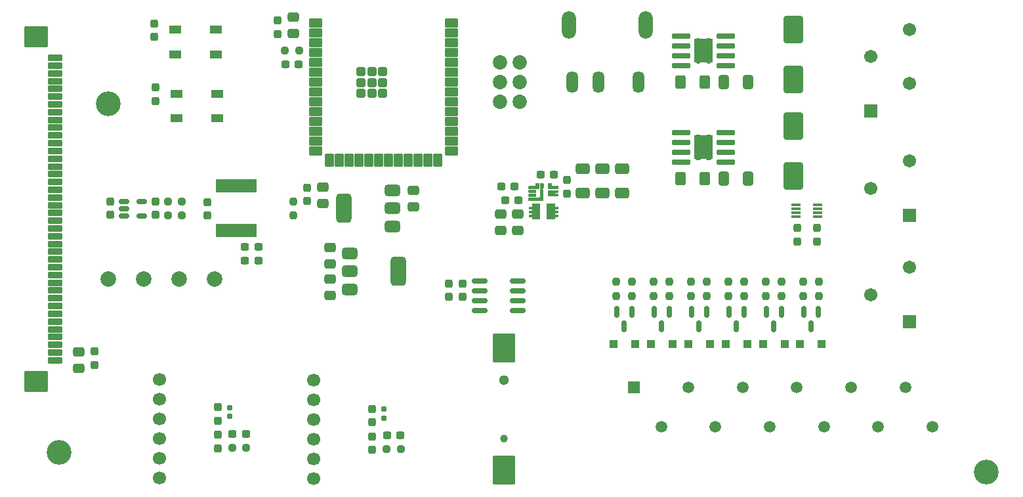
<source format=gts>
G04 #@! TF.GenerationSoftware,KiCad,Pcbnew,9.0.0*
G04 #@! TF.CreationDate,2025-03-04T12:56:27-06:00*
G04 #@! TF.ProjectId,PCB,5043422e-6b69-4636-9164-5f7063625858,rev?*
G04 #@! TF.SameCoordinates,Original*
G04 #@! TF.FileFunction,Soldermask,Top*
G04 #@! TF.FilePolarity,Negative*
%FSLAX46Y46*%
G04 Gerber Fmt 4.6, Leading zero omitted, Abs format (unit mm)*
G04 Created by KiCad (PCBNEW 9.0.0) date 2025-03-04 12:56:27*
%MOMM*%
%LPD*%
G01*
G04 APERTURE LIST*
G04 Aperture macros list*
%AMRoundRect*
0 Rectangle with rounded corners*
0 $1 Rounding radius*
0 $2 $3 $4 $5 $6 $7 $8 $9 X,Y pos of 4 corners*
0 Add a 4 corners polygon primitive as box body*
4,1,4,$2,$3,$4,$5,$6,$7,$8,$9,$2,$3,0*
0 Add four circle primitives for the rounded corners*
1,1,$1+$1,$2,$3*
1,1,$1+$1,$4,$5*
1,1,$1+$1,$6,$7*
1,1,$1+$1,$8,$9*
0 Add four rect primitives between the rounded corners*
20,1,$1+$1,$2,$3,$4,$5,0*
20,1,$1+$1,$4,$5,$6,$7,0*
20,1,$1+$1,$6,$7,$8,$9,0*
20,1,$1+$1,$8,$9,$2,$3,0*%
G04 Aperture macros list end*
%ADD10C,0.010000*%
%ADD11RoundRect,0.150000X-0.150000X0.587500X-0.150000X-0.587500X0.150000X-0.587500X0.150000X0.587500X0*%
%ADD12RoundRect,0.250000X1.000000X-1.500000X1.000000X1.500000X-1.000000X1.500000X-1.000000X-1.500000X0*%
%ADD13RoundRect,0.237500X-0.300000X-0.237500X0.300000X-0.237500X0.300000X0.237500X-0.300000X0.237500X0*%
%ADD14RoundRect,0.250000X0.412500X0.650000X-0.412500X0.650000X-0.412500X-0.650000X0.412500X-0.650000X0*%
%ADD15C,2.000000*%
%ADD16RoundRect,0.237500X-0.237500X0.250000X-0.237500X-0.250000X0.237500X-0.250000X0.237500X0.250000X0*%
%ADD17RoundRect,0.076750X-0.230250X0.810250X-0.230250X-0.810250X0.230250X-0.810250X0.230250X0.810250X0*%
%ADD18RoundRect,0.237500X-0.250000X-0.237500X0.250000X-0.237500X0.250000X0.237500X-0.250000X0.237500X0*%
%ADD19C,1.695000*%
%ADD20RoundRect,0.237500X0.250000X0.237500X-0.250000X0.237500X-0.250000X-0.237500X0.250000X-0.237500X0*%
%ADD21RoundRect,0.237500X-0.237500X0.300000X-0.237500X-0.300000X0.237500X-0.300000X0.237500X0.300000X0*%
%ADD22R,1.500000X1.500000*%
%ADD23C,1.500000*%
%ADD24RoundRect,0.375000X0.625000X0.375000X-0.625000X0.375000X-0.625000X-0.375000X0.625000X-0.375000X0*%
%ADD25RoundRect,0.500000X0.500000X1.400000X-0.500000X1.400000X-0.500000X-1.400000X0.500000X-1.400000X0*%
%ADD26RoundRect,0.250000X0.650000X-0.412500X0.650000X0.412500X-0.650000X0.412500X-0.650000X-0.412500X0*%
%ADD27RoundRect,0.237500X0.237500X-0.300000X0.237500X0.300000X-0.237500X0.300000X-0.237500X-0.300000X0*%
%ADD28R,2.400000X3.100000*%
%ADD29RoundRect,0.070000X-1.100000X-0.250000X1.100000X-0.250000X1.100000X0.250000X-1.100000X0.250000X0*%
%ADD30C,0.770000*%
%ADD31RoundRect,0.102000X0.754000X-0.754000X0.754000X0.754000X-0.754000X0.754000X-0.754000X-0.754000X0*%
%ADD32C,1.712000*%
%ADD33C,1.300000*%
%ADD34C,1.000000*%
%ADD35RoundRect,0.102000X-1.300000X1.800000X-1.300000X-1.800000X1.300000X-1.800000X1.300000X1.800000X0*%
%ADD36RoundRect,0.250000X-0.300000X-0.300000X0.300000X-0.300000X0.300000X0.300000X-0.300000X0.300000X0*%
%ADD37RoundRect,0.250000X-0.475000X0.337500X-0.475000X-0.337500X0.475000X-0.337500X0.475000X0.337500X0*%
%ADD38RoundRect,0.237500X0.300000X0.237500X-0.300000X0.237500X-0.300000X-0.237500X0.300000X-0.237500X0*%
%ADD39RoundRect,0.237500X0.237500X-0.287500X0.237500X0.287500X-0.237500X0.287500X-0.237500X-0.287500X0*%
%ADD40RoundRect,0.155000X-0.155000X0.212500X-0.155000X-0.212500X0.155000X-0.212500X0.155000X0.212500X0*%
%ADD41C,0.740000*%
%ADD42RoundRect,0.237500X0.237500X-0.250000X0.237500X0.250000X-0.237500X0.250000X-0.237500X-0.250000X0*%
%ADD43RoundRect,0.250000X0.475000X-0.337500X0.475000X0.337500X-0.475000X0.337500X-0.475000X-0.337500X0*%
%ADD44RoundRect,0.087500X0.537500X0.087500X-0.537500X0.087500X-0.537500X-0.087500X0.537500X-0.087500X0*%
%ADD45C,3.200000*%
%ADD46RoundRect,0.250000X-0.400000X-0.625000X0.400000X-0.625000X0.400000X0.625000X-0.400000X0.625000X0*%
%ADD47RoundRect,0.150000X-0.512500X-0.150000X0.512500X-0.150000X0.512500X0.150000X-0.512500X0.150000X0*%
%ADD48RoundRect,0.150000X-0.825000X-0.150000X0.825000X-0.150000X0.825000X0.150000X-0.825000X0.150000X0*%
%ADD49RoundRect,0.375000X-0.625000X-0.375000X0.625000X-0.375000X0.625000X0.375000X-0.625000X0.375000X0*%
%ADD50RoundRect,0.500000X-0.500000X-1.400000X0.500000X-1.400000X0.500000X1.400000X-0.500000X1.400000X0*%
%ADD51RoundRect,0.102000X-0.850000X0.300000X-0.850000X-0.300000X0.850000X-0.300000X0.850000X0.300000X0*%
%ADD52RoundRect,0.102000X-1.400000X1.250000X-1.400000X-1.250000X1.400000X-1.250000X1.400000X1.250000X0*%
%ADD53R,1.550000X1.000000*%
%ADD54C,1.854000*%
%ADD55RoundRect,0.102000X-0.750000X-0.450000X0.750000X-0.450000X0.750000X0.450000X-0.750000X0.450000X0*%
%ADD56RoundRect,0.102000X-0.450000X-0.750000X0.450000X-0.750000X0.450000X0.750000X-0.450000X0.750000X0*%
%ADD57RoundRect,0.102000X-0.450000X-0.450000X0.450000X-0.450000X0.450000X0.450000X-0.450000X0.450000X0*%
%ADD58O,1.512000X2.820000*%
%ADD59O,1.864000X3.524000*%
G04 APERTURE END LIST*
D10*
X169598000Y-92585000D02*
X169604000Y-92585000D01*
X169609000Y-92586000D01*
X169614000Y-92587000D01*
X169619000Y-92589000D01*
X169624000Y-92591000D01*
X169629000Y-92593000D01*
X169633000Y-92595000D01*
X169638000Y-92597000D01*
X169642000Y-92600000D01*
X169647000Y-92603000D01*
X169651000Y-92606000D01*
X169655000Y-92610000D01*
X169659000Y-92613000D01*
X169662000Y-92617000D01*
X169666000Y-92621000D01*
X169669000Y-92625000D01*
X169672000Y-92630000D01*
X169675000Y-92634000D01*
X169677000Y-92639000D01*
X169679000Y-92643000D01*
X169681000Y-92648000D01*
X169683000Y-92653000D01*
X169685000Y-92658000D01*
X169686000Y-92663000D01*
X169687000Y-92668000D01*
X169687000Y-92674000D01*
X169688000Y-92679000D01*
X169688000Y-92684000D01*
X169688000Y-92834000D01*
X169688000Y-92839000D01*
X169687000Y-92844000D01*
X169687000Y-92850000D01*
X169686000Y-92855000D01*
X169685000Y-92860000D01*
X169683000Y-92865000D01*
X169681000Y-92870000D01*
X169679000Y-92875000D01*
X169677000Y-92879000D01*
X169675000Y-92884000D01*
X169672000Y-92888000D01*
X169669000Y-92893000D01*
X169666000Y-92897000D01*
X169662000Y-92901000D01*
X169659000Y-92905000D01*
X169655000Y-92908000D01*
X169651000Y-92912000D01*
X169647000Y-92915000D01*
X169642000Y-92918000D01*
X169638000Y-92921000D01*
X169633000Y-92923000D01*
X169629000Y-92925000D01*
X169624000Y-92927000D01*
X169619000Y-92929000D01*
X169614000Y-92931000D01*
X169609000Y-92932000D01*
X169604000Y-92933000D01*
X169598000Y-92933000D01*
X169593000Y-92934000D01*
X169588000Y-92934000D01*
X168888000Y-92934000D01*
X168883000Y-92934000D01*
X168878000Y-92933000D01*
X168872000Y-92933000D01*
X168867000Y-92932000D01*
X168862000Y-92931000D01*
X168857000Y-92929000D01*
X168852000Y-92927000D01*
X168847000Y-92925000D01*
X168843000Y-92923000D01*
X168838000Y-92921000D01*
X168834000Y-92918000D01*
X168829000Y-92915000D01*
X168825000Y-92912000D01*
X168821000Y-92908000D01*
X168817000Y-92905000D01*
X168814000Y-92901000D01*
X168810000Y-92897000D01*
X168807000Y-92893000D01*
X168804000Y-92888000D01*
X168801000Y-92884000D01*
X168799000Y-92879000D01*
X168797000Y-92875000D01*
X168795000Y-92870000D01*
X168793000Y-92865000D01*
X168791000Y-92860000D01*
X168790000Y-92855000D01*
X168789000Y-92850000D01*
X168789000Y-92844000D01*
X168788000Y-92839000D01*
X168788000Y-92834000D01*
X168788000Y-92684000D01*
X168788000Y-92679000D01*
X168789000Y-92674000D01*
X168789000Y-92668000D01*
X168790000Y-92663000D01*
X168791000Y-92658000D01*
X168793000Y-92653000D01*
X168795000Y-92648000D01*
X168797000Y-92643000D01*
X168799000Y-92639000D01*
X168801000Y-92634000D01*
X168804000Y-92630000D01*
X168807000Y-92625000D01*
X168810000Y-92621000D01*
X168814000Y-92617000D01*
X168817000Y-92613000D01*
X168821000Y-92610000D01*
X168825000Y-92606000D01*
X168829000Y-92603000D01*
X168834000Y-92600000D01*
X168838000Y-92597000D01*
X168843000Y-92595000D01*
X168847000Y-92593000D01*
X168852000Y-92591000D01*
X168857000Y-92589000D01*
X168862000Y-92587000D01*
X168867000Y-92586000D01*
X168872000Y-92585000D01*
X168878000Y-92585000D01*
X168883000Y-92584000D01*
X168888000Y-92584000D01*
X169588000Y-92584000D01*
X169593000Y-92584000D01*
X169598000Y-92585000D01*
G36*
X169598000Y-92585000D02*
G01*
X169604000Y-92585000D01*
X169609000Y-92586000D01*
X169614000Y-92587000D01*
X169619000Y-92589000D01*
X169624000Y-92591000D01*
X169629000Y-92593000D01*
X169633000Y-92595000D01*
X169638000Y-92597000D01*
X169642000Y-92600000D01*
X169647000Y-92603000D01*
X169651000Y-92606000D01*
X169655000Y-92610000D01*
X169659000Y-92613000D01*
X169662000Y-92617000D01*
X169666000Y-92621000D01*
X169669000Y-92625000D01*
X169672000Y-92630000D01*
X169675000Y-92634000D01*
X169677000Y-92639000D01*
X169679000Y-92643000D01*
X169681000Y-92648000D01*
X169683000Y-92653000D01*
X169685000Y-92658000D01*
X169686000Y-92663000D01*
X169687000Y-92668000D01*
X169687000Y-92674000D01*
X169688000Y-92679000D01*
X169688000Y-92684000D01*
X169688000Y-92834000D01*
X169688000Y-92839000D01*
X169687000Y-92844000D01*
X169687000Y-92850000D01*
X169686000Y-92855000D01*
X169685000Y-92860000D01*
X169683000Y-92865000D01*
X169681000Y-92870000D01*
X169679000Y-92875000D01*
X169677000Y-92879000D01*
X169675000Y-92884000D01*
X169672000Y-92888000D01*
X169669000Y-92893000D01*
X169666000Y-92897000D01*
X169662000Y-92901000D01*
X169659000Y-92905000D01*
X169655000Y-92908000D01*
X169651000Y-92912000D01*
X169647000Y-92915000D01*
X169642000Y-92918000D01*
X169638000Y-92921000D01*
X169633000Y-92923000D01*
X169629000Y-92925000D01*
X169624000Y-92927000D01*
X169619000Y-92929000D01*
X169614000Y-92931000D01*
X169609000Y-92932000D01*
X169604000Y-92933000D01*
X169598000Y-92933000D01*
X169593000Y-92934000D01*
X169588000Y-92934000D01*
X168888000Y-92934000D01*
X168883000Y-92934000D01*
X168878000Y-92933000D01*
X168872000Y-92933000D01*
X168867000Y-92932000D01*
X168862000Y-92931000D01*
X168857000Y-92929000D01*
X168852000Y-92927000D01*
X168847000Y-92925000D01*
X168843000Y-92923000D01*
X168838000Y-92921000D01*
X168834000Y-92918000D01*
X168829000Y-92915000D01*
X168825000Y-92912000D01*
X168821000Y-92908000D01*
X168817000Y-92905000D01*
X168814000Y-92901000D01*
X168810000Y-92897000D01*
X168807000Y-92893000D01*
X168804000Y-92888000D01*
X168801000Y-92884000D01*
X168799000Y-92879000D01*
X168797000Y-92875000D01*
X168795000Y-92870000D01*
X168793000Y-92865000D01*
X168791000Y-92860000D01*
X168790000Y-92855000D01*
X168789000Y-92850000D01*
X168789000Y-92844000D01*
X168788000Y-92839000D01*
X168788000Y-92834000D01*
X168788000Y-92684000D01*
X168788000Y-92679000D01*
X168789000Y-92674000D01*
X168789000Y-92668000D01*
X168790000Y-92663000D01*
X168791000Y-92658000D01*
X168793000Y-92653000D01*
X168795000Y-92648000D01*
X168797000Y-92643000D01*
X168799000Y-92639000D01*
X168801000Y-92634000D01*
X168804000Y-92630000D01*
X168807000Y-92625000D01*
X168810000Y-92621000D01*
X168814000Y-92617000D01*
X168817000Y-92613000D01*
X168821000Y-92610000D01*
X168825000Y-92606000D01*
X168829000Y-92603000D01*
X168834000Y-92600000D01*
X168838000Y-92597000D01*
X168843000Y-92595000D01*
X168847000Y-92593000D01*
X168852000Y-92591000D01*
X168857000Y-92589000D01*
X168862000Y-92587000D01*
X168867000Y-92586000D01*
X168872000Y-92585000D01*
X168878000Y-92585000D01*
X168883000Y-92584000D01*
X168888000Y-92584000D01*
X169588000Y-92584000D01*
X169593000Y-92584000D01*
X169598000Y-92585000D01*
G37*
X169598000Y-93085000D02*
X169604000Y-93085000D01*
X169609000Y-93086000D01*
X169614000Y-93087000D01*
X169619000Y-93089000D01*
X169624000Y-93091000D01*
X169629000Y-93093000D01*
X169633000Y-93095000D01*
X169638000Y-93097000D01*
X169642000Y-93100000D01*
X169647000Y-93103000D01*
X169651000Y-93106000D01*
X169655000Y-93110000D01*
X169659000Y-93113000D01*
X169662000Y-93117000D01*
X169666000Y-93121000D01*
X169669000Y-93125000D01*
X169672000Y-93130000D01*
X169675000Y-93134000D01*
X169677000Y-93139000D01*
X169679000Y-93143000D01*
X169681000Y-93148000D01*
X169683000Y-93153000D01*
X169685000Y-93158000D01*
X169686000Y-93163000D01*
X169687000Y-93168000D01*
X169687000Y-93174000D01*
X169688000Y-93179000D01*
X169688000Y-93184000D01*
X169688000Y-93334000D01*
X169688000Y-93339000D01*
X169687000Y-93344000D01*
X169687000Y-93350000D01*
X169686000Y-93355000D01*
X169685000Y-93360000D01*
X169683000Y-93365000D01*
X169681000Y-93370000D01*
X169679000Y-93375000D01*
X169677000Y-93379000D01*
X169675000Y-93384000D01*
X169672000Y-93388000D01*
X169669000Y-93393000D01*
X169666000Y-93397000D01*
X169662000Y-93401000D01*
X169659000Y-93405000D01*
X169655000Y-93408000D01*
X169651000Y-93412000D01*
X169647000Y-93415000D01*
X169642000Y-93418000D01*
X169638000Y-93421000D01*
X169633000Y-93423000D01*
X169629000Y-93425000D01*
X169624000Y-93427000D01*
X169619000Y-93429000D01*
X169614000Y-93431000D01*
X169609000Y-93432000D01*
X169604000Y-93433000D01*
X169598000Y-93433000D01*
X169593000Y-93434000D01*
X169588000Y-93434000D01*
X168888000Y-93434000D01*
X168883000Y-93434000D01*
X168878000Y-93433000D01*
X168872000Y-93433000D01*
X168867000Y-93432000D01*
X168862000Y-93431000D01*
X168857000Y-93429000D01*
X168852000Y-93427000D01*
X168847000Y-93425000D01*
X168843000Y-93423000D01*
X168838000Y-93421000D01*
X168834000Y-93418000D01*
X168829000Y-93415000D01*
X168825000Y-93412000D01*
X168821000Y-93408000D01*
X168817000Y-93405000D01*
X168814000Y-93401000D01*
X168810000Y-93397000D01*
X168807000Y-93393000D01*
X168804000Y-93388000D01*
X168801000Y-93384000D01*
X168799000Y-93379000D01*
X168797000Y-93375000D01*
X168795000Y-93370000D01*
X168793000Y-93365000D01*
X168791000Y-93360000D01*
X168790000Y-93355000D01*
X168789000Y-93350000D01*
X168789000Y-93344000D01*
X168788000Y-93339000D01*
X168788000Y-93334000D01*
X168788000Y-93184000D01*
X168788000Y-93179000D01*
X168789000Y-93174000D01*
X168789000Y-93168000D01*
X168790000Y-93163000D01*
X168791000Y-93158000D01*
X168793000Y-93153000D01*
X168795000Y-93148000D01*
X168797000Y-93143000D01*
X168799000Y-93139000D01*
X168801000Y-93134000D01*
X168804000Y-93130000D01*
X168807000Y-93125000D01*
X168810000Y-93121000D01*
X168814000Y-93117000D01*
X168817000Y-93113000D01*
X168821000Y-93110000D01*
X168825000Y-93106000D01*
X168829000Y-93103000D01*
X168834000Y-93100000D01*
X168838000Y-93097000D01*
X168843000Y-93095000D01*
X168847000Y-93093000D01*
X168852000Y-93091000D01*
X168857000Y-93089000D01*
X168862000Y-93087000D01*
X168867000Y-93086000D01*
X168872000Y-93085000D01*
X168878000Y-93085000D01*
X168883000Y-93084000D01*
X168888000Y-93084000D01*
X169588000Y-93084000D01*
X169593000Y-93084000D01*
X169598000Y-93085000D01*
G36*
X169598000Y-93085000D02*
G01*
X169604000Y-93085000D01*
X169609000Y-93086000D01*
X169614000Y-93087000D01*
X169619000Y-93089000D01*
X169624000Y-93091000D01*
X169629000Y-93093000D01*
X169633000Y-93095000D01*
X169638000Y-93097000D01*
X169642000Y-93100000D01*
X169647000Y-93103000D01*
X169651000Y-93106000D01*
X169655000Y-93110000D01*
X169659000Y-93113000D01*
X169662000Y-93117000D01*
X169666000Y-93121000D01*
X169669000Y-93125000D01*
X169672000Y-93130000D01*
X169675000Y-93134000D01*
X169677000Y-93139000D01*
X169679000Y-93143000D01*
X169681000Y-93148000D01*
X169683000Y-93153000D01*
X169685000Y-93158000D01*
X169686000Y-93163000D01*
X169687000Y-93168000D01*
X169687000Y-93174000D01*
X169688000Y-93179000D01*
X169688000Y-93184000D01*
X169688000Y-93334000D01*
X169688000Y-93339000D01*
X169687000Y-93344000D01*
X169687000Y-93350000D01*
X169686000Y-93355000D01*
X169685000Y-93360000D01*
X169683000Y-93365000D01*
X169681000Y-93370000D01*
X169679000Y-93375000D01*
X169677000Y-93379000D01*
X169675000Y-93384000D01*
X169672000Y-93388000D01*
X169669000Y-93393000D01*
X169666000Y-93397000D01*
X169662000Y-93401000D01*
X169659000Y-93405000D01*
X169655000Y-93408000D01*
X169651000Y-93412000D01*
X169647000Y-93415000D01*
X169642000Y-93418000D01*
X169638000Y-93421000D01*
X169633000Y-93423000D01*
X169629000Y-93425000D01*
X169624000Y-93427000D01*
X169619000Y-93429000D01*
X169614000Y-93431000D01*
X169609000Y-93432000D01*
X169604000Y-93433000D01*
X169598000Y-93433000D01*
X169593000Y-93434000D01*
X169588000Y-93434000D01*
X168888000Y-93434000D01*
X168883000Y-93434000D01*
X168878000Y-93433000D01*
X168872000Y-93433000D01*
X168867000Y-93432000D01*
X168862000Y-93431000D01*
X168857000Y-93429000D01*
X168852000Y-93427000D01*
X168847000Y-93425000D01*
X168843000Y-93423000D01*
X168838000Y-93421000D01*
X168834000Y-93418000D01*
X168829000Y-93415000D01*
X168825000Y-93412000D01*
X168821000Y-93408000D01*
X168817000Y-93405000D01*
X168814000Y-93401000D01*
X168810000Y-93397000D01*
X168807000Y-93393000D01*
X168804000Y-93388000D01*
X168801000Y-93384000D01*
X168799000Y-93379000D01*
X168797000Y-93375000D01*
X168795000Y-93370000D01*
X168793000Y-93365000D01*
X168791000Y-93360000D01*
X168790000Y-93355000D01*
X168789000Y-93350000D01*
X168789000Y-93344000D01*
X168788000Y-93339000D01*
X168788000Y-93334000D01*
X168788000Y-93184000D01*
X168788000Y-93179000D01*
X168789000Y-93174000D01*
X168789000Y-93168000D01*
X168790000Y-93163000D01*
X168791000Y-93158000D01*
X168793000Y-93153000D01*
X168795000Y-93148000D01*
X168797000Y-93143000D01*
X168799000Y-93139000D01*
X168801000Y-93134000D01*
X168804000Y-93130000D01*
X168807000Y-93125000D01*
X168810000Y-93121000D01*
X168814000Y-93117000D01*
X168817000Y-93113000D01*
X168821000Y-93110000D01*
X168825000Y-93106000D01*
X168829000Y-93103000D01*
X168834000Y-93100000D01*
X168838000Y-93097000D01*
X168843000Y-93095000D01*
X168847000Y-93093000D01*
X168852000Y-93091000D01*
X168857000Y-93089000D01*
X168862000Y-93087000D01*
X168867000Y-93086000D01*
X168872000Y-93085000D01*
X168878000Y-93085000D01*
X168883000Y-93084000D01*
X168888000Y-93084000D01*
X169588000Y-93084000D01*
X169593000Y-93084000D01*
X169598000Y-93085000D01*
G37*
X170573000Y-91735000D02*
X170579000Y-91735000D01*
X170584000Y-91736000D01*
X170589000Y-91737000D01*
X170594000Y-91739000D01*
X170599000Y-91741000D01*
X170604000Y-91743000D01*
X170608000Y-91745000D01*
X170613000Y-91747000D01*
X170617000Y-91750000D01*
X170622000Y-91753000D01*
X170626000Y-91756000D01*
X170630000Y-91760000D01*
X170634000Y-91763000D01*
X170637000Y-91767000D01*
X170641000Y-91771000D01*
X170644000Y-91775000D01*
X170647000Y-91780000D01*
X170650000Y-91784000D01*
X170652000Y-91789000D01*
X170654000Y-91793000D01*
X170656000Y-91798000D01*
X170658000Y-91803000D01*
X170660000Y-91808000D01*
X170661000Y-91813000D01*
X170662000Y-91818000D01*
X170662000Y-91824000D01*
X170663000Y-91829000D01*
X170663000Y-91834000D01*
X170663000Y-92284000D01*
X170663000Y-92289000D01*
X170662000Y-92294000D01*
X170662000Y-92300000D01*
X170661000Y-92305000D01*
X170660000Y-92310000D01*
X170658000Y-92315000D01*
X170656000Y-92320000D01*
X170654000Y-92325000D01*
X170652000Y-92329000D01*
X170650000Y-92334000D01*
X170647000Y-92338000D01*
X170644000Y-92343000D01*
X170641000Y-92347000D01*
X170637000Y-92351000D01*
X170634000Y-92355000D01*
X170630000Y-92358000D01*
X170626000Y-92362000D01*
X170622000Y-92365000D01*
X170617000Y-92368000D01*
X170613000Y-92371000D01*
X170608000Y-92373000D01*
X170604000Y-92375000D01*
X170599000Y-92377000D01*
X170594000Y-92379000D01*
X170589000Y-92381000D01*
X170584000Y-92382000D01*
X170579000Y-92383000D01*
X170573000Y-92383000D01*
X170568000Y-92384000D01*
X170563000Y-92384000D01*
X170363000Y-92384000D01*
X170358000Y-92384000D01*
X170353000Y-92383000D01*
X170347000Y-92383000D01*
X170342000Y-92382000D01*
X170337000Y-92381000D01*
X170332000Y-92379000D01*
X170327000Y-92377000D01*
X170322000Y-92375000D01*
X170318000Y-92373000D01*
X170313000Y-92371000D01*
X170309000Y-92368000D01*
X170304000Y-92365000D01*
X170300000Y-92362000D01*
X170296000Y-92358000D01*
X170292000Y-92355000D01*
X170289000Y-92351000D01*
X170285000Y-92347000D01*
X170282000Y-92343000D01*
X170279000Y-92338000D01*
X170276000Y-92334000D01*
X170274000Y-92329000D01*
X170272000Y-92325000D01*
X170270000Y-92320000D01*
X170268000Y-92315000D01*
X170266000Y-92310000D01*
X170265000Y-92305000D01*
X170264000Y-92300000D01*
X170264000Y-92294000D01*
X170263000Y-92289000D01*
X170263000Y-92284000D01*
X170263000Y-91834000D01*
X170263000Y-91829000D01*
X170264000Y-91824000D01*
X170264000Y-91818000D01*
X170265000Y-91813000D01*
X170266000Y-91808000D01*
X170268000Y-91803000D01*
X170270000Y-91798000D01*
X170272000Y-91793000D01*
X170274000Y-91789000D01*
X170276000Y-91784000D01*
X170279000Y-91780000D01*
X170282000Y-91775000D01*
X170285000Y-91771000D01*
X170289000Y-91767000D01*
X170292000Y-91763000D01*
X170296000Y-91760000D01*
X170300000Y-91756000D01*
X170304000Y-91753000D01*
X170309000Y-91750000D01*
X170313000Y-91747000D01*
X170318000Y-91745000D01*
X170322000Y-91743000D01*
X170327000Y-91741000D01*
X170332000Y-91739000D01*
X170337000Y-91737000D01*
X170342000Y-91736000D01*
X170347000Y-91735000D01*
X170353000Y-91735000D01*
X170358000Y-91734000D01*
X170363000Y-91734000D01*
X170563000Y-91734000D01*
X170568000Y-91734000D01*
X170573000Y-91735000D01*
G36*
X170573000Y-91735000D02*
G01*
X170579000Y-91735000D01*
X170584000Y-91736000D01*
X170589000Y-91737000D01*
X170594000Y-91739000D01*
X170599000Y-91741000D01*
X170604000Y-91743000D01*
X170608000Y-91745000D01*
X170613000Y-91747000D01*
X170617000Y-91750000D01*
X170622000Y-91753000D01*
X170626000Y-91756000D01*
X170630000Y-91760000D01*
X170634000Y-91763000D01*
X170637000Y-91767000D01*
X170641000Y-91771000D01*
X170644000Y-91775000D01*
X170647000Y-91780000D01*
X170650000Y-91784000D01*
X170652000Y-91789000D01*
X170654000Y-91793000D01*
X170656000Y-91798000D01*
X170658000Y-91803000D01*
X170660000Y-91808000D01*
X170661000Y-91813000D01*
X170662000Y-91818000D01*
X170662000Y-91824000D01*
X170663000Y-91829000D01*
X170663000Y-91834000D01*
X170663000Y-92284000D01*
X170663000Y-92289000D01*
X170662000Y-92294000D01*
X170662000Y-92300000D01*
X170661000Y-92305000D01*
X170660000Y-92310000D01*
X170658000Y-92315000D01*
X170656000Y-92320000D01*
X170654000Y-92325000D01*
X170652000Y-92329000D01*
X170650000Y-92334000D01*
X170647000Y-92338000D01*
X170644000Y-92343000D01*
X170641000Y-92347000D01*
X170637000Y-92351000D01*
X170634000Y-92355000D01*
X170630000Y-92358000D01*
X170626000Y-92362000D01*
X170622000Y-92365000D01*
X170617000Y-92368000D01*
X170613000Y-92371000D01*
X170608000Y-92373000D01*
X170604000Y-92375000D01*
X170599000Y-92377000D01*
X170594000Y-92379000D01*
X170589000Y-92381000D01*
X170584000Y-92382000D01*
X170579000Y-92383000D01*
X170573000Y-92383000D01*
X170568000Y-92384000D01*
X170563000Y-92384000D01*
X170363000Y-92384000D01*
X170358000Y-92384000D01*
X170353000Y-92383000D01*
X170347000Y-92383000D01*
X170342000Y-92382000D01*
X170337000Y-92381000D01*
X170332000Y-92379000D01*
X170327000Y-92377000D01*
X170322000Y-92375000D01*
X170318000Y-92373000D01*
X170313000Y-92371000D01*
X170309000Y-92368000D01*
X170304000Y-92365000D01*
X170300000Y-92362000D01*
X170296000Y-92358000D01*
X170292000Y-92355000D01*
X170289000Y-92351000D01*
X170285000Y-92347000D01*
X170282000Y-92343000D01*
X170279000Y-92338000D01*
X170276000Y-92334000D01*
X170274000Y-92329000D01*
X170272000Y-92325000D01*
X170270000Y-92320000D01*
X170268000Y-92315000D01*
X170266000Y-92310000D01*
X170265000Y-92305000D01*
X170264000Y-92300000D01*
X170264000Y-92294000D01*
X170263000Y-92289000D01*
X170263000Y-92284000D01*
X170263000Y-91834000D01*
X170263000Y-91829000D01*
X170264000Y-91824000D01*
X170264000Y-91818000D01*
X170265000Y-91813000D01*
X170266000Y-91808000D01*
X170268000Y-91803000D01*
X170270000Y-91798000D01*
X170272000Y-91793000D01*
X170274000Y-91789000D01*
X170276000Y-91784000D01*
X170279000Y-91780000D01*
X170282000Y-91775000D01*
X170285000Y-91771000D01*
X170289000Y-91767000D01*
X170292000Y-91763000D01*
X170296000Y-91760000D01*
X170300000Y-91756000D01*
X170304000Y-91753000D01*
X170309000Y-91750000D01*
X170313000Y-91747000D01*
X170318000Y-91745000D01*
X170322000Y-91743000D01*
X170327000Y-91741000D01*
X170332000Y-91739000D01*
X170337000Y-91737000D01*
X170342000Y-91736000D01*
X170347000Y-91735000D01*
X170353000Y-91735000D01*
X170358000Y-91734000D01*
X170363000Y-91734000D01*
X170563000Y-91734000D01*
X170568000Y-91734000D01*
X170573000Y-91735000D01*
G37*
X170023000Y-91735000D02*
X170029000Y-91735000D01*
X170034000Y-91736000D01*
X170039000Y-91737000D01*
X170044000Y-91739000D01*
X170049000Y-91741000D01*
X170054000Y-91743000D01*
X170058000Y-91745000D01*
X170063000Y-91747000D01*
X170067000Y-91750000D01*
X170072000Y-91753000D01*
X170076000Y-91756000D01*
X170080000Y-91760000D01*
X170084000Y-91763000D01*
X170087000Y-91767000D01*
X170091000Y-91771000D01*
X170094000Y-91775000D01*
X170097000Y-91780000D01*
X170100000Y-91784000D01*
X170102000Y-91789000D01*
X170104000Y-91793000D01*
X170106000Y-91798000D01*
X170108000Y-91803000D01*
X170110000Y-91808000D01*
X170111000Y-91813000D01*
X170112000Y-91818000D01*
X170112000Y-91824000D01*
X170113000Y-91829000D01*
X170113000Y-91834000D01*
X170113000Y-92334000D01*
X170113000Y-92339000D01*
X170112000Y-92344000D01*
X170112000Y-92350000D01*
X170111000Y-92355000D01*
X170110000Y-92360000D01*
X170108000Y-92365000D01*
X170106000Y-92370000D01*
X170104000Y-92375000D01*
X170102000Y-92379000D01*
X170100000Y-92384000D01*
X170097000Y-92388000D01*
X170094000Y-92393000D01*
X170091000Y-92397000D01*
X170087000Y-92401000D01*
X170084000Y-92405000D01*
X170080000Y-92408000D01*
X170076000Y-92412000D01*
X170072000Y-92415000D01*
X170067000Y-92418000D01*
X170063000Y-92421000D01*
X170058000Y-92423000D01*
X170054000Y-92425000D01*
X170049000Y-92427000D01*
X170044000Y-92429000D01*
X170039000Y-92431000D01*
X170034000Y-92432000D01*
X170029000Y-92433000D01*
X170023000Y-92433000D01*
X170018000Y-92434000D01*
X170013000Y-92434000D01*
X168888000Y-92434000D01*
X168883000Y-92434000D01*
X168878000Y-92433000D01*
X168872000Y-92433000D01*
X168867000Y-92432000D01*
X168862000Y-92431000D01*
X168857000Y-92429000D01*
X168852000Y-92427000D01*
X168847000Y-92425000D01*
X168843000Y-92423000D01*
X168838000Y-92421000D01*
X168834000Y-92418000D01*
X168829000Y-92415000D01*
X168825000Y-92412000D01*
X168821000Y-92408000D01*
X168817000Y-92405000D01*
X168814000Y-92401000D01*
X168810000Y-92397000D01*
X168807000Y-92393000D01*
X168804000Y-92388000D01*
X168801000Y-92384000D01*
X168799000Y-92379000D01*
X168797000Y-92375000D01*
X168795000Y-92370000D01*
X168793000Y-92365000D01*
X168791000Y-92360000D01*
X168790000Y-92355000D01*
X168789000Y-92350000D01*
X168789000Y-92344000D01*
X168788000Y-92339000D01*
X168788000Y-92334000D01*
X168788000Y-92184000D01*
X168788000Y-92179000D01*
X168789000Y-92174000D01*
X168789000Y-92168000D01*
X168790000Y-92163000D01*
X168791000Y-92158000D01*
X168793000Y-92153000D01*
X168795000Y-92148000D01*
X168797000Y-92143000D01*
X168799000Y-92139000D01*
X168801000Y-92134000D01*
X168804000Y-92130000D01*
X168807000Y-92125000D01*
X168810000Y-92121000D01*
X168814000Y-92117000D01*
X168817000Y-92113000D01*
X168821000Y-92110000D01*
X168825000Y-92106000D01*
X168829000Y-92103000D01*
X168834000Y-92100000D01*
X168838000Y-92097000D01*
X168843000Y-92095000D01*
X168847000Y-92093000D01*
X168852000Y-92091000D01*
X168857000Y-92089000D01*
X168862000Y-92087000D01*
X168867000Y-92086000D01*
X168872000Y-92085000D01*
X168878000Y-92085000D01*
X168883000Y-92084000D01*
X168888000Y-92084000D01*
X169613000Y-92084000D01*
X169616000Y-92084000D01*
X169618000Y-92084000D01*
X169621000Y-92083000D01*
X169623000Y-92083000D01*
X169626000Y-92082000D01*
X169628000Y-92082000D01*
X169631000Y-92081000D01*
X169633000Y-92080000D01*
X169636000Y-92079000D01*
X169638000Y-92077000D01*
X169640000Y-92076000D01*
X169642000Y-92074000D01*
X169644000Y-92073000D01*
X169646000Y-92071000D01*
X169648000Y-92069000D01*
X169650000Y-92067000D01*
X169652000Y-92065000D01*
X169653000Y-92063000D01*
X169655000Y-92061000D01*
X169656000Y-92059000D01*
X169658000Y-92057000D01*
X169659000Y-92054000D01*
X169660000Y-92052000D01*
X169661000Y-92049000D01*
X169661000Y-92047000D01*
X169662000Y-92044000D01*
X169662000Y-92042000D01*
X169663000Y-92039000D01*
X169663000Y-92037000D01*
X169663000Y-92034000D01*
X169663000Y-91834000D01*
X169663000Y-91829000D01*
X169664000Y-91824000D01*
X169664000Y-91818000D01*
X169665000Y-91813000D01*
X169666000Y-91808000D01*
X169668000Y-91803000D01*
X169670000Y-91798000D01*
X169672000Y-91793000D01*
X169674000Y-91789000D01*
X169676000Y-91784000D01*
X169679000Y-91780000D01*
X169682000Y-91775000D01*
X169685000Y-91771000D01*
X169689000Y-91767000D01*
X169692000Y-91763000D01*
X169696000Y-91760000D01*
X169700000Y-91756000D01*
X169704000Y-91753000D01*
X169709000Y-91750000D01*
X169713000Y-91747000D01*
X169718000Y-91745000D01*
X169722000Y-91743000D01*
X169727000Y-91741000D01*
X169732000Y-91739000D01*
X169737000Y-91737000D01*
X169742000Y-91736000D01*
X169747000Y-91735000D01*
X169753000Y-91735000D01*
X169758000Y-91734000D01*
X169763000Y-91734000D01*
X170013000Y-91734000D01*
X170018000Y-91734000D01*
X170023000Y-91735000D01*
G36*
X170023000Y-91735000D02*
G01*
X170029000Y-91735000D01*
X170034000Y-91736000D01*
X170039000Y-91737000D01*
X170044000Y-91739000D01*
X170049000Y-91741000D01*
X170054000Y-91743000D01*
X170058000Y-91745000D01*
X170063000Y-91747000D01*
X170067000Y-91750000D01*
X170072000Y-91753000D01*
X170076000Y-91756000D01*
X170080000Y-91760000D01*
X170084000Y-91763000D01*
X170087000Y-91767000D01*
X170091000Y-91771000D01*
X170094000Y-91775000D01*
X170097000Y-91780000D01*
X170100000Y-91784000D01*
X170102000Y-91789000D01*
X170104000Y-91793000D01*
X170106000Y-91798000D01*
X170108000Y-91803000D01*
X170110000Y-91808000D01*
X170111000Y-91813000D01*
X170112000Y-91818000D01*
X170112000Y-91824000D01*
X170113000Y-91829000D01*
X170113000Y-91834000D01*
X170113000Y-92334000D01*
X170113000Y-92339000D01*
X170112000Y-92344000D01*
X170112000Y-92350000D01*
X170111000Y-92355000D01*
X170110000Y-92360000D01*
X170108000Y-92365000D01*
X170106000Y-92370000D01*
X170104000Y-92375000D01*
X170102000Y-92379000D01*
X170100000Y-92384000D01*
X170097000Y-92388000D01*
X170094000Y-92393000D01*
X170091000Y-92397000D01*
X170087000Y-92401000D01*
X170084000Y-92405000D01*
X170080000Y-92408000D01*
X170076000Y-92412000D01*
X170072000Y-92415000D01*
X170067000Y-92418000D01*
X170063000Y-92421000D01*
X170058000Y-92423000D01*
X170054000Y-92425000D01*
X170049000Y-92427000D01*
X170044000Y-92429000D01*
X170039000Y-92431000D01*
X170034000Y-92432000D01*
X170029000Y-92433000D01*
X170023000Y-92433000D01*
X170018000Y-92434000D01*
X170013000Y-92434000D01*
X168888000Y-92434000D01*
X168883000Y-92434000D01*
X168878000Y-92433000D01*
X168872000Y-92433000D01*
X168867000Y-92432000D01*
X168862000Y-92431000D01*
X168857000Y-92429000D01*
X168852000Y-92427000D01*
X168847000Y-92425000D01*
X168843000Y-92423000D01*
X168838000Y-92421000D01*
X168834000Y-92418000D01*
X168829000Y-92415000D01*
X168825000Y-92412000D01*
X168821000Y-92408000D01*
X168817000Y-92405000D01*
X168814000Y-92401000D01*
X168810000Y-92397000D01*
X168807000Y-92393000D01*
X168804000Y-92388000D01*
X168801000Y-92384000D01*
X168799000Y-92379000D01*
X168797000Y-92375000D01*
X168795000Y-92370000D01*
X168793000Y-92365000D01*
X168791000Y-92360000D01*
X168790000Y-92355000D01*
X168789000Y-92350000D01*
X168789000Y-92344000D01*
X168788000Y-92339000D01*
X168788000Y-92334000D01*
X168788000Y-92184000D01*
X168788000Y-92179000D01*
X168789000Y-92174000D01*
X168789000Y-92168000D01*
X168790000Y-92163000D01*
X168791000Y-92158000D01*
X168793000Y-92153000D01*
X168795000Y-92148000D01*
X168797000Y-92143000D01*
X168799000Y-92139000D01*
X168801000Y-92134000D01*
X168804000Y-92130000D01*
X168807000Y-92125000D01*
X168810000Y-92121000D01*
X168814000Y-92117000D01*
X168817000Y-92113000D01*
X168821000Y-92110000D01*
X168825000Y-92106000D01*
X168829000Y-92103000D01*
X168834000Y-92100000D01*
X168838000Y-92097000D01*
X168843000Y-92095000D01*
X168847000Y-92093000D01*
X168852000Y-92091000D01*
X168857000Y-92089000D01*
X168862000Y-92087000D01*
X168867000Y-92086000D01*
X168872000Y-92085000D01*
X168878000Y-92085000D01*
X168883000Y-92084000D01*
X168888000Y-92084000D01*
X169613000Y-92084000D01*
X169616000Y-92084000D01*
X169618000Y-92084000D01*
X169621000Y-92083000D01*
X169623000Y-92083000D01*
X169626000Y-92082000D01*
X169628000Y-92082000D01*
X169631000Y-92081000D01*
X169633000Y-92080000D01*
X169636000Y-92079000D01*
X169638000Y-92077000D01*
X169640000Y-92076000D01*
X169642000Y-92074000D01*
X169644000Y-92073000D01*
X169646000Y-92071000D01*
X169648000Y-92069000D01*
X169650000Y-92067000D01*
X169652000Y-92065000D01*
X169653000Y-92063000D01*
X169655000Y-92061000D01*
X169656000Y-92059000D01*
X169658000Y-92057000D01*
X169659000Y-92054000D01*
X169660000Y-92052000D01*
X169661000Y-92049000D01*
X169661000Y-92047000D01*
X169662000Y-92044000D01*
X169662000Y-92042000D01*
X169663000Y-92039000D01*
X169663000Y-92037000D01*
X169663000Y-92034000D01*
X169663000Y-91834000D01*
X169663000Y-91829000D01*
X169664000Y-91824000D01*
X169664000Y-91818000D01*
X169665000Y-91813000D01*
X169666000Y-91808000D01*
X169668000Y-91803000D01*
X169670000Y-91798000D01*
X169672000Y-91793000D01*
X169674000Y-91789000D01*
X169676000Y-91784000D01*
X169679000Y-91780000D01*
X169682000Y-91775000D01*
X169685000Y-91771000D01*
X169689000Y-91767000D01*
X169692000Y-91763000D01*
X169696000Y-91760000D01*
X169700000Y-91756000D01*
X169704000Y-91753000D01*
X169709000Y-91750000D01*
X169713000Y-91747000D01*
X169718000Y-91745000D01*
X169722000Y-91743000D01*
X169727000Y-91741000D01*
X169732000Y-91739000D01*
X169737000Y-91737000D01*
X169742000Y-91736000D01*
X169747000Y-91735000D01*
X169753000Y-91735000D01*
X169758000Y-91734000D01*
X169763000Y-91734000D01*
X170013000Y-91734000D01*
X170018000Y-91734000D01*
X170023000Y-91735000D01*
G37*
X171623000Y-91735000D02*
X171629000Y-91735000D01*
X171634000Y-91736000D01*
X171639000Y-91737000D01*
X171644000Y-91739000D01*
X171649000Y-91741000D01*
X171654000Y-91743000D01*
X171658000Y-91745000D01*
X171663000Y-91747000D01*
X171667000Y-91750000D01*
X171672000Y-91753000D01*
X171676000Y-91756000D01*
X171680000Y-91760000D01*
X171684000Y-91763000D01*
X171687000Y-91767000D01*
X171691000Y-91771000D01*
X171694000Y-91775000D01*
X171697000Y-91780000D01*
X171700000Y-91784000D01*
X171702000Y-91789000D01*
X171704000Y-91793000D01*
X171706000Y-91798000D01*
X171708000Y-91803000D01*
X171710000Y-91808000D01*
X171711000Y-91813000D01*
X171712000Y-91818000D01*
X171712000Y-91824000D01*
X171713000Y-91829000D01*
X171713000Y-91834000D01*
X171713000Y-92034000D01*
X171713000Y-92037000D01*
X171713000Y-92039000D01*
X171714000Y-92042000D01*
X171714000Y-92044000D01*
X171715000Y-92047000D01*
X171715000Y-92049000D01*
X171716000Y-92052000D01*
X171717000Y-92054000D01*
X171718000Y-92057000D01*
X171720000Y-92059000D01*
X171721000Y-92061000D01*
X171723000Y-92063000D01*
X171724000Y-92065000D01*
X171726000Y-92067000D01*
X171728000Y-92069000D01*
X171730000Y-92071000D01*
X171732000Y-92073000D01*
X171734000Y-92074000D01*
X171736000Y-92076000D01*
X171738000Y-92077000D01*
X171740000Y-92079000D01*
X171743000Y-92080000D01*
X171745000Y-92081000D01*
X171748000Y-92082000D01*
X171750000Y-92082000D01*
X171753000Y-92083000D01*
X171755000Y-92083000D01*
X171758000Y-92084000D01*
X171760000Y-92084000D01*
X171763000Y-92084000D01*
X172488000Y-92084000D01*
X172493000Y-92084000D01*
X172498000Y-92085000D01*
X172504000Y-92085000D01*
X172509000Y-92086000D01*
X172514000Y-92087000D01*
X172519000Y-92089000D01*
X172524000Y-92091000D01*
X172529000Y-92093000D01*
X172533000Y-92095000D01*
X172538000Y-92097000D01*
X172542000Y-92100000D01*
X172547000Y-92103000D01*
X172551000Y-92106000D01*
X172555000Y-92110000D01*
X172559000Y-92113000D01*
X172562000Y-92117000D01*
X172566000Y-92121000D01*
X172569000Y-92125000D01*
X172572000Y-92130000D01*
X172575000Y-92134000D01*
X172577000Y-92139000D01*
X172579000Y-92143000D01*
X172581000Y-92148000D01*
X172583000Y-92153000D01*
X172585000Y-92158000D01*
X172586000Y-92163000D01*
X172587000Y-92168000D01*
X172587000Y-92174000D01*
X172588000Y-92179000D01*
X172588000Y-92184000D01*
X172588000Y-92334000D01*
X172588000Y-92339000D01*
X172587000Y-92344000D01*
X172587000Y-92350000D01*
X172586000Y-92355000D01*
X172585000Y-92360000D01*
X172583000Y-92365000D01*
X172581000Y-92370000D01*
X172579000Y-92375000D01*
X172577000Y-92379000D01*
X172575000Y-92384000D01*
X172572000Y-92388000D01*
X172569000Y-92393000D01*
X172566000Y-92397000D01*
X172562000Y-92401000D01*
X172559000Y-92405000D01*
X172555000Y-92408000D01*
X172551000Y-92412000D01*
X172547000Y-92415000D01*
X172542000Y-92418000D01*
X172538000Y-92421000D01*
X172533000Y-92423000D01*
X172529000Y-92425000D01*
X172524000Y-92427000D01*
X172519000Y-92429000D01*
X172514000Y-92431000D01*
X172509000Y-92432000D01*
X172504000Y-92433000D01*
X172498000Y-92433000D01*
X172493000Y-92434000D01*
X172488000Y-92434000D01*
X171363000Y-92434000D01*
X171358000Y-92434000D01*
X171353000Y-92433000D01*
X171347000Y-92433000D01*
X171342000Y-92432000D01*
X171337000Y-92431000D01*
X171332000Y-92429000D01*
X171327000Y-92427000D01*
X171322000Y-92425000D01*
X171318000Y-92423000D01*
X171313000Y-92421000D01*
X171309000Y-92418000D01*
X171304000Y-92415000D01*
X171300000Y-92412000D01*
X171296000Y-92408000D01*
X171292000Y-92405000D01*
X171289000Y-92401000D01*
X171285000Y-92397000D01*
X171282000Y-92393000D01*
X171279000Y-92388000D01*
X171276000Y-92384000D01*
X171274000Y-92379000D01*
X171272000Y-92375000D01*
X171270000Y-92370000D01*
X171268000Y-92365000D01*
X171266000Y-92360000D01*
X171265000Y-92355000D01*
X171264000Y-92350000D01*
X171264000Y-92344000D01*
X171263000Y-92339000D01*
X171263000Y-92334000D01*
X171263000Y-91834000D01*
X171263000Y-91829000D01*
X171264000Y-91824000D01*
X171264000Y-91818000D01*
X171265000Y-91813000D01*
X171266000Y-91808000D01*
X171268000Y-91803000D01*
X171270000Y-91798000D01*
X171272000Y-91793000D01*
X171274000Y-91789000D01*
X171276000Y-91784000D01*
X171279000Y-91780000D01*
X171282000Y-91775000D01*
X171285000Y-91771000D01*
X171289000Y-91767000D01*
X171292000Y-91763000D01*
X171296000Y-91760000D01*
X171300000Y-91756000D01*
X171304000Y-91753000D01*
X171309000Y-91750000D01*
X171313000Y-91747000D01*
X171318000Y-91745000D01*
X171322000Y-91743000D01*
X171327000Y-91741000D01*
X171332000Y-91739000D01*
X171337000Y-91737000D01*
X171342000Y-91736000D01*
X171347000Y-91735000D01*
X171353000Y-91735000D01*
X171358000Y-91734000D01*
X171363000Y-91734000D01*
X171613000Y-91734000D01*
X171618000Y-91734000D01*
X171623000Y-91735000D01*
G36*
X171623000Y-91735000D02*
G01*
X171629000Y-91735000D01*
X171634000Y-91736000D01*
X171639000Y-91737000D01*
X171644000Y-91739000D01*
X171649000Y-91741000D01*
X171654000Y-91743000D01*
X171658000Y-91745000D01*
X171663000Y-91747000D01*
X171667000Y-91750000D01*
X171672000Y-91753000D01*
X171676000Y-91756000D01*
X171680000Y-91760000D01*
X171684000Y-91763000D01*
X171687000Y-91767000D01*
X171691000Y-91771000D01*
X171694000Y-91775000D01*
X171697000Y-91780000D01*
X171700000Y-91784000D01*
X171702000Y-91789000D01*
X171704000Y-91793000D01*
X171706000Y-91798000D01*
X171708000Y-91803000D01*
X171710000Y-91808000D01*
X171711000Y-91813000D01*
X171712000Y-91818000D01*
X171712000Y-91824000D01*
X171713000Y-91829000D01*
X171713000Y-91834000D01*
X171713000Y-92034000D01*
X171713000Y-92037000D01*
X171713000Y-92039000D01*
X171714000Y-92042000D01*
X171714000Y-92044000D01*
X171715000Y-92047000D01*
X171715000Y-92049000D01*
X171716000Y-92052000D01*
X171717000Y-92054000D01*
X171718000Y-92057000D01*
X171720000Y-92059000D01*
X171721000Y-92061000D01*
X171723000Y-92063000D01*
X171724000Y-92065000D01*
X171726000Y-92067000D01*
X171728000Y-92069000D01*
X171730000Y-92071000D01*
X171732000Y-92073000D01*
X171734000Y-92074000D01*
X171736000Y-92076000D01*
X171738000Y-92077000D01*
X171740000Y-92079000D01*
X171743000Y-92080000D01*
X171745000Y-92081000D01*
X171748000Y-92082000D01*
X171750000Y-92082000D01*
X171753000Y-92083000D01*
X171755000Y-92083000D01*
X171758000Y-92084000D01*
X171760000Y-92084000D01*
X171763000Y-92084000D01*
X172488000Y-92084000D01*
X172493000Y-92084000D01*
X172498000Y-92085000D01*
X172504000Y-92085000D01*
X172509000Y-92086000D01*
X172514000Y-92087000D01*
X172519000Y-92089000D01*
X172524000Y-92091000D01*
X172529000Y-92093000D01*
X172533000Y-92095000D01*
X172538000Y-92097000D01*
X172542000Y-92100000D01*
X172547000Y-92103000D01*
X172551000Y-92106000D01*
X172555000Y-92110000D01*
X172559000Y-92113000D01*
X172562000Y-92117000D01*
X172566000Y-92121000D01*
X172569000Y-92125000D01*
X172572000Y-92130000D01*
X172575000Y-92134000D01*
X172577000Y-92139000D01*
X172579000Y-92143000D01*
X172581000Y-92148000D01*
X172583000Y-92153000D01*
X172585000Y-92158000D01*
X172586000Y-92163000D01*
X172587000Y-92168000D01*
X172587000Y-92174000D01*
X172588000Y-92179000D01*
X172588000Y-92184000D01*
X172588000Y-92334000D01*
X172588000Y-92339000D01*
X172587000Y-92344000D01*
X172587000Y-92350000D01*
X172586000Y-92355000D01*
X172585000Y-92360000D01*
X172583000Y-92365000D01*
X172581000Y-92370000D01*
X172579000Y-92375000D01*
X172577000Y-92379000D01*
X172575000Y-92384000D01*
X172572000Y-92388000D01*
X172569000Y-92393000D01*
X172566000Y-92397000D01*
X172562000Y-92401000D01*
X172559000Y-92405000D01*
X172555000Y-92408000D01*
X172551000Y-92412000D01*
X172547000Y-92415000D01*
X172542000Y-92418000D01*
X172538000Y-92421000D01*
X172533000Y-92423000D01*
X172529000Y-92425000D01*
X172524000Y-92427000D01*
X172519000Y-92429000D01*
X172514000Y-92431000D01*
X172509000Y-92432000D01*
X172504000Y-92433000D01*
X172498000Y-92433000D01*
X172493000Y-92434000D01*
X172488000Y-92434000D01*
X171363000Y-92434000D01*
X171358000Y-92434000D01*
X171353000Y-92433000D01*
X171347000Y-92433000D01*
X171342000Y-92432000D01*
X171337000Y-92431000D01*
X171332000Y-92429000D01*
X171327000Y-92427000D01*
X171322000Y-92425000D01*
X171318000Y-92423000D01*
X171313000Y-92421000D01*
X171309000Y-92418000D01*
X171304000Y-92415000D01*
X171300000Y-92412000D01*
X171296000Y-92408000D01*
X171292000Y-92405000D01*
X171289000Y-92401000D01*
X171285000Y-92397000D01*
X171282000Y-92393000D01*
X171279000Y-92388000D01*
X171276000Y-92384000D01*
X171274000Y-92379000D01*
X171272000Y-92375000D01*
X171270000Y-92370000D01*
X171268000Y-92365000D01*
X171266000Y-92360000D01*
X171265000Y-92355000D01*
X171264000Y-92350000D01*
X171264000Y-92344000D01*
X171263000Y-92339000D01*
X171263000Y-92334000D01*
X171263000Y-91834000D01*
X171263000Y-91829000D01*
X171264000Y-91824000D01*
X171264000Y-91818000D01*
X171265000Y-91813000D01*
X171266000Y-91808000D01*
X171268000Y-91803000D01*
X171270000Y-91798000D01*
X171272000Y-91793000D01*
X171274000Y-91789000D01*
X171276000Y-91784000D01*
X171279000Y-91780000D01*
X171282000Y-91775000D01*
X171285000Y-91771000D01*
X171289000Y-91767000D01*
X171292000Y-91763000D01*
X171296000Y-91760000D01*
X171300000Y-91756000D01*
X171304000Y-91753000D01*
X171309000Y-91750000D01*
X171313000Y-91747000D01*
X171318000Y-91745000D01*
X171322000Y-91743000D01*
X171327000Y-91741000D01*
X171332000Y-91739000D01*
X171337000Y-91737000D01*
X171342000Y-91736000D01*
X171347000Y-91735000D01*
X171353000Y-91735000D01*
X171358000Y-91734000D01*
X171363000Y-91734000D01*
X171613000Y-91734000D01*
X171618000Y-91734000D01*
X171623000Y-91735000D01*
G37*
X170523000Y-92535000D02*
X170529000Y-92535000D01*
X170534000Y-92536000D01*
X170539000Y-92537000D01*
X170544000Y-92539000D01*
X170549000Y-92541000D01*
X170554000Y-92543000D01*
X170558000Y-92545000D01*
X170563000Y-92547000D01*
X170567000Y-92550000D01*
X170572000Y-92553000D01*
X170576000Y-92556000D01*
X170580000Y-92560000D01*
X170584000Y-92563000D01*
X170587000Y-92567000D01*
X170591000Y-92571000D01*
X170594000Y-92575000D01*
X170597000Y-92580000D01*
X170600000Y-92584000D01*
X170602000Y-92589000D01*
X170604000Y-92593000D01*
X170606000Y-92598000D01*
X170608000Y-92603000D01*
X170610000Y-92608000D01*
X170611000Y-92613000D01*
X170612000Y-92618000D01*
X170612000Y-92624000D01*
X170613000Y-92629000D01*
X170613000Y-92634000D01*
X170613000Y-93858000D01*
X170613000Y-93864000D01*
X170612000Y-93869000D01*
X170612000Y-93874000D01*
X170611000Y-93879000D01*
X170610000Y-93884000D01*
X170608000Y-93889000D01*
X170606000Y-93894000D01*
X170604000Y-93899000D01*
X170602000Y-93904000D01*
X170600000Y-93908000D01*
X170597000Y-93913000D01*
X170594000Y-93917000D01*
X170591000Y-93921000D01*
X170587000Y-93925000D01*
X170584000Y-93929000D01*
X170580000Y-93933000D01*
X170576000Y-93936000D01*
X170572000Y-93939000D01*
X170567000Y-93942000D01*
X170563000Y-93945000D01*
X170558000Y-93948000D01*
X170554000Y-93950000D01*
X170549000Y-93952000D01*
X170544000Y-93954000D01*
X170539000Y-93955000D01*
X170534000Y-93956000D01*
X170529000Y-93957000D01*
X170523000Y-93958000D01*
X170518000Y-93958000D01*
X170513000Y-93958000D01*
X168888000Y-93958000D01*
X168883000Y-93958000D01*
X168878000Y-93958000D01*
X168872000Y-93957000D01*
X168867000Y-93956000D01*
X168862000Y-93955000D01*
X168857000Y-93954000D01*
X168852000Y-93952000D01*
X168847000Y-93950000D01*
X168843000Y-93948000D01*
X168838000Y-93945000D01*
X168834000Y-93942000D01*
X168829000Y-93939000D01*
X168825000Y-93936000D01*
X168821000Y-93933000D01*
X168817000Y-93929000D01*
X168814000Y-93925000D01*
X168810000Y-93921000D01*
X168807000Y-93917000D01*
X168804000Y-93913000D01*
X168801000Y-93909000D01*
X168799000Y-93904000D01*
X168797000Y-93899000D01*
X168795000Y-93894000D01*
X168793000Y-93889000D01*
X168791000Y-93884000D01*
X168790000Y-93879000D01*
X168789000Y-93874000D01*
X168789000Y-93869000D01*
X168788000Y-93864000D01*
X168788000Y-93858000D01*
X168788000Y-93684000D01*
X168788000Y-93678000D01*
X168789000Y-93673000D01*
X168789000Y-93668000D01*
X168790000Y-93663000D01*
X168791000Y-93658000D01*
X168793000Y-93653000D01*
X168795000Y-93648000D01*
X168797000Y-93643000D01*
X168799000Y-93638000D01*
X168801000Y-93633000D01*
X168804000Y-93629000D01*
X168807000Y-93625000D01*
X168810000Y-93621000D01*
X168814000Y-93617000D01*
X168817000Y-93613000D01*
X168821000Y-93609000D01*
X168825000Y-93606000D01*
X168829000Y-93603000D01*
X168834000Y-93600000D01*
X168838000Y-93597000D01*
X168843000Y-93594000D01*
X168847000Y-93592000D01*
X168852000Y-93590000D01*
X168857000Y-93588000D01*
X168862000Y-93587000D01*
X168867000Y-93586000D01*
X168872000Y-93585000D01*
X168878000Y-93584000D01*
X168883000Y-93584000D01*
X168888000Y-93584000D01*
X170067000Y-93584000D01*
X170069000Y-93583000D01*
X170071000Y-93583000D01*
X170073000Y-93583000D01*
X170075000Y-93583000D01*
X170077000Y-93583000D01*
X170079000Y-93583000D01*
X170081000Y-93582000D01*
X170083000Y-93582000D01*
X170084000Y-93581000D01*
X170086000Y-93581000D01*
X170088000Y-93580000D01*
X170090000Y-93580000D01*
X170092000Y-93579000D01*
X170094000Y-93579000D01*
X170096000Y-93578000D01*
X170097000Y-93577000D01*
X170099000Y-93576000D01*
X170101000Y-93575000D01*
X170103000Y-93574000D01*
X170104000Y-93573000D01*
X170106000Y-93572000D01*
X170108000Y-93571000D01*
X170109000Y-93570000D01*
X170111000Y-93569000D01*
X170113000Y-93568000D01*
X170114000Y-93567000D01*
X170116000Y-93566000D01*
X170117000Y-93564000D01*
X170119000Y-93563000D01*
X170120000Y-93562000D01*
X170241000Y-93440000D01*
X170242000Y-93439000D01*
X170244000Y-93438000D01*
X170245000Y-93436000D01*
X170246000Y-93435000D01*
X170248000Y-93433000D01*
X170249000Y-93432000D01*
X170250000Y-93430000D01*
X170251000Y-93428000D01*
X170252000Y-93427000D01*
X170253000Y-93425000D01*
X170254000Y-93423000D01*
X170255000Y-93421000D01*
X170256000Y-93420000D01*
X170257000Y-93418000D01*
X170257000Y-93416000D01*
X170258000Y-93414000D01*
X170259000Y-93412000D01*
X170259000Y-93411000D01*
X170260000Y-93409000D01*
X170260000Y-93407000D01*
X170261000Y-93405000D01*
X170261000Y-93403000D01*
X170262000Y-93401000D01*
X170262000Y-93399000D01*
X170262000Y-93397000D01*
X170263000Y-93395000D01*
X170263000Y-93393000D01*
X170263000Y-93391000D01*
X170263000Y-93389000D01*
X170263000Y-93387000D01*
X170263000Y-92634000D01*
X170263000Y-92629000D01*
X170264000Y-92624000D01*
X170264000Y-92618000D01*
X170265000Y-92613000D01*
X170266000Y-92608000D01*
X170268000Y-92603000D01*
X170270000Y-92598000D01*
X170272000Y-92593000D01*
X170274000Y-92589000D01*
X170276000Y-92584000D01*
X170279000Y-92580000D01*
X170282000Y-92575000D01*
X170285000Y-92571000D01*
X170289000Y-92567000D01*
X170292000Y-92563000D01*
X170296000Y-92560000D01*
X170300000Y-92556000D01*
X170304000Y-92553000D01*
X170309000Y-92550000D01*
X170313000Y-92547000D01*
X170318000Y-92545000D01*
X170322000Y-92543000D01*
X170327000Y-92541000D01*
X170332000Y-92539000D01*
X170337000Y-92537000D01*
X170342000Y-92536000D01*
X170347000Y-92535000D01*
X170353000Y-92535000D01*
X170358000Y-92534000D01*
X170363000Y-92534000D01*
X170513000Y-92534000D01*
X170518000Y-92534000D01*
X170523000Y-92535000D01*
G36*
X170523000Y-92535000D02*
G01*
X170529000Y-92535000D01*
X170534000Y-92536000D01*
X170539000Y-92537000D01*
X170544000Y-92539000D01*
X170549000Y-92541000D01*
X170554000Y-92543000D01*
X170558000Y-92545000D01*
X170563000Y-92547000D01*
X170567000Y-92550000D01*
X170572000Y-92553000D01*
X170576000Y-92556000D01*
X170580000Y-92560000D01*
X170584000Y-92563000D01*
X170587000Y-92567000D01*
X170591000Y-92571000D01*
X170594000Y-92575000D01*
X170597000Y-92580000D01*
X170600000Y-92584000D01*
X170602000Y-92589000D01*
X170604000Y-92593000D01*
X170606000Y-92598000D01*
X170608000Y-92603000D01*
X170610000Y-92608000D01*
X170611000Y-92613000D01*
X170612000Y-92618000D01*
X170612000Y-92624000D01*
X170613000Y-92629000D01*
X170613000Y-92634000D01*
X170613000Y-93858000D01*
X170613000Y-93864000D01*
X170612000Y-93869000D01*
X170612000Y-93874000D01*
X170611000Y-93879000D01*
X170610000Y-93884000D01*
X170608000Y-93889000D01*
X170606000Y-93894000D01*
X170604000Y-93899000D01*
X170602000Y-93904000D01*
X170600000Y-93908000D01*
X170597000Y-93913000D01*
X170594000Y-93917000D01*
X170591000Y-93921000D01*
X170587000Y-93925000D01*
X170584000Y-93929000D01*
X170580000Y-93933000D01*
X170576000Y-93936000D01*
X170572000Y-93939000D01*
X170567000Y-93942000D01*
X170563000Y-93945000D01*
X170558000Y-93948000D01*
X170554000Y-93950000D01*
X170549000Y-93952000D01*
X170544000Y-93954000D01*
X170539000Y-93955000D01*
X170534000Y-93956000D01*
X170529000Y-93957000D01*
X170523000Y-93958000D01*
X170518000Y-93958000D01*
X170513000Y-93958000D01*
X168888000Y-93958000D01*
X168883000Y-93958000D01*
X168878000Y-93958000D01*
X168872000Y-93957000D01*
X168867000Y-93956000D01*
X168862000Y-93955000D01*
X168857000Y-93954000D01*
X168852000Y-93952000D01*
X168847000Y-93950000D01*
X168843000Y-93948000D01*
X168838000Y-93945000D01*
X168834000Y-93942000D01*
X168829000Y-93939000D01*
X168825000Y-93936000D01*
X168821000Y-93933000D01*
X168817000Y-93929000D01*
X168814000Y-93925000D01*
X168810000Y-93921000D01*
X168807000Y-93917000D01*
X168804000Y-93913000D01*
X168801000Y-93909000D01*
X168799000Y-93904000D01*
X168797000Y-93899000D01*
X168795000Y-93894000D01*
X168793000Y-93889000D01*
X168791000Y-93884000D01*
X168790000Y-93879000D01*
X168789000Y-93874000D01*
X168789000Y-93869000D01*
X168788000Y-93864000D01*
X168788000Y-93858000D01*
X168788000Y-93684000D01*
X168788000Y-93678000D01*
X168789000Y-93673000D01*
X168789000Y-93668000D01*
X168790000Y-93663000D01*
X168791000Y-93658000D01*
X168793000Y-93653000D01*
X168795000Y-93648000D01*
X168797000Y-93643000D01*
X168799000Y-93638000D01*
X168801000Y-93633000D01*
X168804000Y-93629000D01*
X168807000Y-93625000D01*
X168810000Y-93621000D01*
X168814000Y-93617000D01*
X168817000Y-93613000D01*
X168821000Y-93609000D01*
X168825000Y-93606000D01*
X168829000Y-93603000D01*
X168834000Y-93600000D01*
X168838000Y-93597000D01*
X168843000Y-93594000D01*
X168847000Y-93592000D01*
X168852000Y-93590000D01*
X168857000Y-93588000D01*
X168862000Y-93587000D01*
X168867000Y-93586000D01*
X168872000Y-93585000D01*
X168878000Y-93584000D01*
X168883000Y-93584000D01*
X168888000Y-93584000D01*
X170067000Y-93584000D01*
X170069000Y-93583000D01*
X170071000Y-93583000D01*
X170073000Y-93583000D01*
X170075000Y-93583000D01*
X170077000Y-93583000D01*
X170079000Y-93583000D01*
X170081000Y-93582000D01*
X170083000Y-93582000D01*
X170084000Y-93581000D01*
X170086000Y-93581000D01*
X170088000Y-93580000D01*
X170090000Y-93580000D01*
X170092000Y-93579000D01*
X170094000Y-93579000D01*
X170096000Y-93578000D01*
X170097000Y-93577000D01*
X170099000Y-93576000D01*
X170101000Y-93575000D01*
X170103000Y-93574000D01*
X170104000Y-93573000D01*
X170106000Y-93572000D01*
X170108000Y-93571000D01*
X170109000Y-93570000D01*
X170111000Y-93569000D01*
X170113000Y-93568000D01*
X170114000Y-93567000D01*
X170116000Y-93566000D01*
X170117000Y-93564000D01*
X170119000Y-93563000D01*
X170120000Y-93562000D01*
X170241000Y-93440000D01*
X170242000Y-93439000D01*
X170244000Y-93438000D01*
X170245000Y-93436000D01*
X170246000Y-93435000D01*
X170248000Y-93433000D01*
X170249000Y-93432000D01*
X170250000Y-93430000D01*
X170251000Y-93428000D01*
X170252000Y-93427000D01*
X170253000Y-93425000D01*
X170254000Y-93423000D01*
X170255000Y-93421000D01*
X170256000Y-93420000D01*
X170257000Y-93418000D01*
X170257000Y-93416000D01*
X170258000Y-93414000D01*
X170259000Y-93412000D01*
X170259000Y-93411000D01*
X170260000Y-93409000D01*
X170260000Y-93407000D01*
X170261000Y-93405000D01*
X170261000Y-93403000D01*
X170262000Y-93401000D01*
X170262000Y-93399000D01*
X170262000Y-93397000D01*
X170263000Y-93395000D01*
X170263000Y-93393000D01*
X170263000Y-93391000D01*
X170263000Y-93389000D01*
X170263000Y-93387000D01*
X170263000Y-92634000D01*
X170263000Y-92629000D01*
X170264000Y-92624000D01*
X170264000Y-92618000D01*
X170265000Y-92613000D01*
X170266000Y-92608000D01*
X170268000Y-92603000D01*
X170270000Y-92598000D01*
X170272000Y-92593000D01*
X170274000Y-92589000D01*
X170276000Y-92584000D01*
X170279000Y-92580000D01*
X170282000Y-92575000D01*
X170285000Y-92571000D01*
X170289000Y-92567000D01*
X170292000Y-92563000D01*
X170296000Y-92560000D01*
X170300000Y-92556000D01*
X170304000Y-92553000D01*
X170309000Y-92550000D01*
X170313000Y-92547000D01*
X170318000Y-92545000D01*
X170322000Y-92543000D01*
X170327000Y-92541000D01*
X170332000Y-92539000D01*
X170337000Y-92537000D01*
X170342000Y-92536000D01*
X170347000Y-92535000D01*
X170353000Y-92535000D01*
X170358000Y-92534000D01*
X170363000Y-92534000D01*
X170513000Y-92534000D01*
X170518000Y-92534000D01*
X170523000Y-92535000D01*
G37*
X172496000Y-92635000D02*
X172498000Y-92635000D01*
X172501000Y-92636000D01*
X172503000Y-92636000D01*
X172506000Y-92637000D01*
X172508000Y-92638000D01*
X172511000Y-92639000D01*
X172513000Y-92641000D01*
X172515000Y-92642000D01*
X172517000Y-92644000D01*
X172519000Y-92645000D01*
X172521000Y-92647000D01*
X172523000Y-92649000D01*
X172525000Y-92651000D01*
X172527000Y-92653000D01*
X172528000Y-92655000D01*
X172530000Y-92657000D01*
X172531000Y-92659000D01*
X172533000Y-92661000D01*
X172534000Y-92664000D01*
X172535000Y-92666000D01*
X172536000Y-92669000D01*
X172536000Y-92671000D01*
X172537000Y-92674000D01*
X172537000Y-92676000D01*
X172538000Y-92679000D01*
X172538000Y-92681000D01*
X172538000Y-92684000D01*
X172538000Y-92834000D01*
X172538000Y-92837000D01*
X172538000Y-92839000D01*
X172537000Y-92842000D01*
X172537000Y-92844000D01*
X172536000Y-92847000D01*
X172536000Y-92849000D01*
X172535000Y-92852000D01*
X172534000Y-92854000D01*
X172533000Y-92857000D01*
X172531000Y-92859000D01*
X172530000Y-92861000D01*
X172528000Y-92863000D01*
X172527000Y-92865000D01*
X172525000Y-92867000D01*
X172523000Y-92869000D01*
X172521000Y-92871000D01*
X172519000Y-92873000D01*
X172517000Y-92874000D01*
X172515000Y-92876000D01*
X172513000Y-92877000D01*
X172511000Y-92879000D01*
X172508000Y-92880000D01*
X172506000Y-92881000D01*
X172503000Y-92882000D01*
X172501000Y-92882000D01*
X172498000Y-92883000D01*
X172496000Y-92883000D01*
X172493000Y-92884000D01*
X172491000Y-92884000D01*
X172488000Y-92884000D01*
X172188000Y-92884000D01*
X172185000Y-92884000D01*
X172183000Y-92884000D01*
X172180000Y-92885000D01*
X172178000Y-92885000D01*
X172175000Y-92886000D01*
X172173000Y-92886000D01*
X172170000Y-92887000D01*
X172168000Y-92888000D01*
X172165000Y-92889000D01*
X172163000Y-92891000D01*
X172161000Y-92892000D01*
X172159000Y-92894000D01*
X172157000Y-92895000D01*
X172155000Y-92897000D01*
X172153000Y-92899000D01*
X172151000Y-92901000D01*
X172149000Y-92903000D01*
X172148000Y-92905000D01*
X172146000Y-92907000D01*
X172145000Y-92909000D01*
X172143000Y-92911000D01*
X172142000Y-92914000D01*
X172141000Y-92916000D01*
X172140000Y-92919000D01*
X172140000Y-92921000D01*
X172139000Y-92924000D01*
X172139000Y-92926000D01*
X172138000Y-92929000D01*
X172138000Y-92931000D01*
X172138000Y-92934000D01*
X172138000Y-93084000D01*
X172138000Y-93087000D01*
X172138000Y-93089000D01*
X172139000Y-93092000D01*
X172139000Y-93094000D01*
X172140000Y-93097000D01*
X172140000Y-93099000D01*
X172141000Y-93102000D01*
X172142000Y-93104000D01*
X172143000Y-93107000D01*
X172145000Y-93109000D01*
X172146000Y-93111000D01*
X172148000Y-93113000D01*
X172149000Y-93115000D01*
X172151000Y-93117000D01*
X172153000Y-93119000D01*
X172155000Y-93121000D01*
X172157000Y-93123000D01*
X172159000Y-93124000D01*
X172161000Y-93126000D01*
X172163000Y-93127000D01*
X172165000Y-93129000D01*
X172168000Y-93130000D01*
X172170000Y-93131000D01*
X172173000Y-93132000D01*
X172175000Y-93132000D01*
X172178000Y-93133000D01*
X172180000Y-93133000D01*
X172183000Y-93134000D01*
X172185000Y-93134000D01*
X172188000Y-93134000D01*
X172488000Y-93134000D01*
X172491000Y-93134000D01*
X172493000Y-93134000D01*
X172496000Y-93135000D01*
X172498000Y-93135000D01*
X172501000Y-93136000D01*
X172503000Y-93136000D01*
X172506000Y-93137000D01*
X172508000Y-93138000D01*
X172511000Y-93139000D01*
X172513000Y-93141000D01*
X172515000Y-93142000D01*
X172517000Y-93144000D01*
X172519000Y-93145000D01*
X172521000Y-93147000D01*
X172523000Y-93149000D01*
X172525000Y-93151000D01*
X172527000Y-93153000D01*
X172528000Y-93155000D01*
X172530000Y-93157000D01*
X172531000Y-93159000D01*
X172533000Y-93161000D01*
X172534000Y-93164000D01*
X172535000Y-93166000D01*
X172536000Y-93169000D01*
X172536000Y-93171000D01*
X172537000Y-93174000D01*
X172537000Y-93176000D01*
X172538000Y-93179000D01*
X172538000Y-93181000D01*
X172538000Y-93184000D01*
X172538000Y-93334000D01*
X172538000Y-93337000D01*
X172538000Y-93339000D01*
X172537000Y-93342000D01*
X172537000Y-93344000D01*
X172536000Y-93347000D01*
X172536000Y-93349000D01*
X172535000Y-93352000D01*
X172534000Y-93354000D01*
X172533000Y-93357000D01*
X172531000Y-93359000D01*
X172530000Y-93361000D01*
X172528000Y-93363000D01*
X172527000Y-93365000D01*
X172525000Y-93367000D01*
X172523000Y-93369000D01*
X172521000Y-93371000D01*
X172519000Y-93373000D01*
X172517000Y-93374000D01*
X172515000Y-93376000D01*
X172513000Y-93377000D01*
X172511000Y-93379000D01*
X172508000Y-93380000D01*
X172506000Y-93381000D01*
X172503000Y-93382000D01*
X172501000Y-93382000D01*
X172498000Y-93383000D01*
X172496000Y-93383000D01*
X172493000Y-93384000D01*
X172491000Y-93384000D01*
X172488000Y-93384000D01*
X171388000Y-93384000D01*
X171385000Y-93384000D01*
X171383000Y-93384000D01*
X171380000Y-93383000D01*
X171378000Y-93383000D01*
X171375000Y-93382000D01*
X171373000Y-93382000D01*
X171370000Y-93381000D01*
X171368000Y-93380000D01*
X171365000Y-93379000D01*
X171363000Y-93377000D01*
X171361000Y-93376000D01*
X171359000Y-93374000D01*
X171357000Y-93373000D01*
X171355000Y-93371000D01*
X171353000Y-93369000D01*
X171351000Y-93367000D01*
X171349000Y-93365000D01*
X171348000Y-93363000D01*
X171346000Y-93361000D01*
X171345000Y-93359000D01*
X171343000Y-93357000D01*
X171342000Y-93354000D01*
X171341000Y-93352000D01*
X171340000Y-93349000D01*
X171340000Y-93347000D01*
X171339000Y-93344000D01*
X171339000Y-93342000D01*
X171338000Y-93339000D01*
X171338000Y-93337000D01*
X171338000Y-93334000D01*
X171338000Y-92684000D01*
X171338000Y-92681000D01*
X171338000Y-92679000D01*
X171339000Y-92676000D01*
X171339000Y-92674000D01*
X171340000Y-92671000D01*
X171340000Y-92669000D01*
X171341000Y-92666000D01*
X171342000Y-92664000D01*
X171343000Y-92661000D01*
X171345000Y-92659000D01*
X171346000Y-92657000D01*
X171348000Y-92655000D01*
X171349000Y-92653000D01*
X171351000Y-92651000D01*
X171353000Y-92649000D01*
X171355000Y-92647000D01*
X171357000Y-92645000D01*
X171359000Y-92644000D01*
X171361000Y-92642000D01*
X171363000Y-92641000D01*
X171365000Y-92639000D01*
X171368000Y-92638000D01*
X171370000Y-92637000D01*
X171373000Y-92636000D01*
X171375000Y-92636000D01*
X171378000Y-92635000D01*
X171380000Y-92635000D01*
X171383000Y-92634000D01*
X171385000Y-92634000D01*
X171388000Y-92634000D01*
X172488000Y-92634000D01*
X172491000Y-92634000D01*
X172493000Y-92634000D01*
X172496000Y-92635000D01*
G36*
X172496000Y-92635000D02*
G01*
X172498000Y-92635000D01*
X172501000Y-92636000D01*
X172503000Y-92636000D01*
X172506000Y-92637000D01*
X172508000Y-92638000D01*
X172511000Y-92639000D01*
X172513000Y-92641000D01*
X172515000Y-92642000D01*
X172517000Y-92644000D01*
X172519000Y-92645000D01*
X172521000Y-92647000D01*
X172523000Y-92649000D01*
X172525000Y-92651000D01*
X172527000Y-92653000D01*
X172528000Y-92655000D01*
X172530000Y-92657000D01*
X172531000Y-92659000D01*
X172533000Y-92661000D01*
X172534000Y-92664000D01*
X172535000Y-92666000D01*
X172536000Y-92669000D01*
X172536000Y-92671000D01*
X172537000Y-92674000D01*
X172537000Y-92676000D01*
X172538000Y-92679000D01*
X172538000Y-92681000D01*
X172538000Y-92684000D01*
X172538000Y-92834000D01*
X172538000Y-92837000D01*
X172538000Y-92839000D01*
X172537000Y-92842000D01*
X172537000Y-92844000D01*
X172536000Y-92847000D01*
X172536000Y-92849000D01*
X172535000Y-92852000D01*
X172534000Y-92854000D01*
X172533000Y-92857000D01*
X172531000Y-92859000D01*
X172530000Y-92861000D01*
X172528000Y-92863000D01*
X172527000Y-92865000D01*
X172525000Y-92867000D01*
X172523000Y-92869000D01*
X172521000Y-92871000D01*
X172519000Y-92873000D01*
X172517000Y-92874000D01*
X172515000Y-92876000D01*
X172513000Y-92877000D01*
X172511000Y-92879000D01*
X172508000Y-92880000D01*
X172506000Y-92881000D01*
X172503000Y-92882000D01*
X172501000Y-92882000D01*
X172498000Y-92883000D01*
X172496000Y-92883000D01*
X172493000Y-92884000D01*
X172491000Y-92884000D01*
X172488000Y-92884000D01*
X172188000Y-92884000D01*
X172185000Y-92884000D01*
X172183000Y-92884000D01*
X172180000Y-92885000D01*
X172178000Y-92885000D01*
X172175000Y-92886000D01*
X172173000Y-92886000D01*
X172170000Y-92887000D01*
X172168000Y-92888000D01*
X172165000Y-92889000D01*
X172163000Y-92891000D01*
X172161000Y-92892000D01*
X172159000Y-92894000D01*
X172157000Y-92895000D01*
X172155000Y-92897000D01*
X172153000Y-92899000D01*
X172151000Y-92901000D01*
X172149000Y-92903000D01*
X172148000Y-92905000D01*
X172146000Y-92907000D01*
X172145000Y-92909000D01*
X172143000Y-92911000D01*
X172142000Y-92914000D01*
X172141000Y-92916000D01*
X172140000Y-92919000D01*
X172140000Y-92921000D01*
X172139000Y-92924000D01*
X172139000Y-92926000D01*
X172138000Y-92929000D01*
X172138000Y-92931000D01*
X172138000Y-92934000D01*
X172138000Y-93084000D01*
X172138000Y-93087000D01*
X172138000Y-93089000D01*
X172139000Y-93092000D01*
X172139000Y-93094000D01*
X172140000Y-93097000D01*
X172140000Y-93099000D01*
X172141000Y-93102000D01*
X172142000Y-93104000D01*
X172143000Y-93107000D01*
X172145000Y-93109000D01*
X172146000Y-93111000D01*
X172148000Y-93113000D01*
X172149000Y-93115000D01*
X172151000Y-93117000D01*
X172153000Y-93119000D01*
X172155000Y-93121000D01*
X172157000Y-93123000D01*
X172159000Y-93124000D01*
X172161000Y-93126000D01*
X172163000Y-93127000D01*
X172165000Y-93129000D01*
X172168000Y-93130000D01*
X172170000Y-93131000D01*
X172173000Y-93132000D01*
X172175000Y-93132000D01*
X172178000Y-93133000D01*
X172180000Y-93133000D01*
X172183000Y-93134000D01*
X172185000Y-93134000D01*
X172188000Y-93134000D01*
X172488000Y-93134000D01*
X172491000Y-93134000D01*
X172493000Y-93134000D01*
X172496000Y-93135000D01*
X172498000Y-93135000D01*
X172501000Y-93136000D01*
X172503000Y-93136000D01*
X172506000Y-93137000D01*
X172508000Y-93138000D01*
X172511000Y-93139000D01*
X172513000Y-93141000D01*
X172515000Y-93142000D01*
X172517000Y-93144000D01*
X172519000Y-93145000D01*
X172521000Y-93147000D01*
X172523000Y-93149000D01*
X172525000Y-93151000D01*
X172527000Y-93153000D01*
X172528000Y-93155000D01*
X172530000Y-93157000D01*
X172531000Y-93159000D01*
X172533000Y-93161000D01*
X172534000Y-93164000D01*
X172535000Y-93166000D01*
X172536000Y-93169000D01*
X172536000Y-93171000D01*
X172537000Y-93174000D01*
X172537000Y-93176000D01*
X172538000Y-93179000D01*
X172538000Y-93181000D01*
X172538000Y-93184000D01*
X172538000Y-93334000D01*
X172538000Y-93337000D01*
X172538000Y-93339000D01*
X172537000Y-93342000D01*
X172537000Y-93344000D01*
X172536000Y-93347000D01*
X172536000Y-93349000D01*
X172535000Y-93352000D01*
X172534000Y-93354000D01*
X172533000Y-93357000D01*
X172531000Y-93359000D01*
X172530000Y-93361000D01*
X172528000Y-93363000D01*
X172527000Y-93365000D01*
X172525000Y-93367000D01*
X172523000Y-93369000D01*
X172521000Y-93371000D01*
X172519000Y-93373000D01*
X172517000Y-93374000D01*
X172515000Y-93376000D01*
X172513000Y-93377000D01*
X172511000Y-93379000D01*
X172508000Y-93380000D01*
X172506000Y-93381000D01*
X172503000Y-93382000D01*
X172501000Y-93382000D01*
X172498000Y-93383000D01*
X172496000Y-93383000D01*
X172493000Y-93384000D01*
X172491000Y-93384000D01*
X172488000Y-93384000D01*
X171388000Y-93384000D01*
X171385000Y-93384000D01*
X171383000Y-93384000D01*
X171380000Y-93383000D01*
X171378000Y-93383000D01*
X171375000Y-93382000D01*
X171373000Y-93382000D01*
X171370000Y-93381000D01*
X171368000Y-93380000D01*
X171365000Y-93379000D01*
X171363000Y-93377000D01*
X171361000Y-93376000D01*
X171359000Y-93374000D01*
X171357000Y-93373000D01*
X171355000Y-93371000D01*
X171353000Y-93369000D01*
X171351000Y-93367000D01*
X171349000Y-93365000D01*
X171348000Y-93363000D01*
X171346000Y-93361000D01*
X171345000Y-93359000D01*
X171343000Y-93357000D01*
X171342000Y-93354000D01*
X171341000Y-93352000D01*
X171340000Y-93349000D01*
X171340000Y-93347000D01*
X171339000Y-93344000D01*
X171339000Y-93342000D01*
X171338000Y-93339000D01*
X171338000Y-93337000D01*
X171338000Y-93334000D01*
X171338000Y-92684000D01*
X171338000Y-92681000D01*
X171338000Y-92679000D01*
X171339000Y-92676000D01*
X171339000Y-92674000D01*
X171340000Y-92671000D01*
X171340000Y-92669000D01*
X171341000Y-92666000D01*
X171342000Y-92664000D01*
X171343000Y-92661000D01*
X171345000Y-92659000D01*
X171346000Y-92657000D01*
X171348000Y-92655000D01*
X171349000Y-92653000D01*
X171351000Y-92651000D01*
X171353000Y-92649000D01*
X171355000Y-92647000D01*
X171357000Y-92645000D01*
X171359000Y-92644000D01*
X171361000Y-92642000D01*
X171363000Y-92641000D01*
X171365000Y-92639000D01*
X171368000Y-92638000D01*
X171370000Y-92637000D01*
X171373000Y-92636000D01*
X171375000Y-92636000D01*
X171378000Y-92635000D01*
X171380000Y-92635000D01*
X171383000Y-92634000D01*
X171385000Y-92634000D01*
X171388000Y-92634000D01*
X172488000Y-92634000D01*
X172491000Y-92634000D01*
X172493000Y-92634000D01*
X172496000Y-92635000D01*
G37*
X170196000Y-94360000D02*
X170198000Y-94360000D01*
X170201000Y-94361000D01*
X170203000Y-94361000D01*
X170206000Y-94362000D01*
X170208000Y-94363000D01*
X170211000Y-94364000D01*
X170213000Y-94366000D01*
X170215000Y-94367000D01*
X170217000Y-94369000D01*
X170219000Y-94370000D01*
X170221000Y-94372000D01*
X170223000Y-94374000D01*
X170225000Y-94376000D01*
X170227000Y-94378000D01*
X170228000Y-94380000D01*
X170230000Y-94382000D01*
X170231000Y-94384000D01*
X170233000Y-94386000D01*
X170234000Y-94389000D01*
X170235000Y-94391000D01*
X170236000Y-94394000D01*
X170236000Y-94396000D01*
X170237000Y-94399000D01*
X170237000Y-94401000D01*
X170238000Y-94404000D01*
X170238000Y-94406000D01*
X170238000Y-94409000D01*
X170238000Y-96234000D01*
X170238000Y-96237000D01*
X170238000Y-96239000D01*
X170237000Y-96242000D01*
X170237000Y-96244000D01*
X170236000Y-96247000D01*
X170236000Y-96249000D01*
X170235000Y-96252000D01*
X170234000Y-96254000D01*
X170233000Y-96257000D01*
X170231000Y-96259000D01*
X170230000Y-96261000D01*
X170228000Y-96263000D01*
X170227000Y-96265000D01*
X170225000Y-96267000D01*
X170223000Y-96269000D01*
X170221000Y-96271000D01*
X170219000Y-96273000D01*
X170217000Y-96274000D01*
X170215000Y-96276000D01*
X170213000Y-96277000D01*
X170211000Y-96279000D01*
X170208000Y-96280000D01*
X170206000Y-96281000D01*
X170203000Y-96282000D01*
X170201000Y-96282000D01*
X170198000Y-96283000D01*
X170196000Y-96283000D01*
X170193000Y-96284000D01*
X170191000Y-96284000D01*
X170188000Y-96284000D01*
X169288000Y-96284000D01*
X169285000Y-96284000D01*
X169283000Y-96284000D01*
X169280000Y-96283000D01*
X169278000Y-96283000D01*
X169275000Y-96282000D01*
X169273000Y-96282000D01*
X169270000Y-96281000D01*
X169268000Y-96280000D01*
X169265000Y-96279000D01*
X169263000Y-96277000D01*
X169261000Y-96276000D01*
X169259000Y-96274000D01*
X169257000Y-96273000D01*
X169255000Y-96271000D01*
X169253000Y-96269000D01*
X169251000Y-96267000D01*
X169249000Y-96265000D01*
X169248000Y-96263000D01*
X169246000Y-96261000D01*
X169245000Y-96259000D01*
X169243000Y-96257000D01*
X169242000Y-96254000D01*
X169241000Y-96252000D01*
X169240000Y-96249000D01*
X169240000Y-96247000D01*
X169239000Y-96244000D01*
X169239000Y-96242000D01*
X169238000Y-96239000D01*
X169238000Y-96237000D01*
X169238000Y-96234000D01*
X169238000Y-96074000D01*
X169238000Y-96071000D01*
X169238000Y-96069000D01*
X169237000Y-96066000D01*
X169237000Y-96064000D01*
X169236000Y-96061000D01*
X169236000Y-96059000D01*
X169235000Y-96056000D01*
X169234000Y-96054000D01*
X169233000Y-96051000D01*
X169231000Y-96049000D01*
X169230000Y-96047000D01*
X169228000Y-96045000D01*
X169227000Y-96043000D01*
X169225000Y-96041000D01*
X169223000Y-96039000D01*
X169221000Y-96037000D01*
X169219000Y-96035000D01*
X169217000Y-96034000D01*
X169215000Y-96032000D01*
X169213000Y-96031000D01*
X169211000Y-96029000D01*
X169208000Y-96028000D01*
X169206000Y-96027000D01*
X169203000Y-96026000D01*
X169201000Y-96026000D01*
X169198000Y-96025000D01*
X169196000Y-96025000D01*
X169193000Y-96024000D01*
X169191000Y-96024000D01*
X169188000Y-96024000D01*
X168888000Y-96024000D01*
X168885000Y-96024000D01*
X168883000Y-96024000D01*
X168880000Y-96023000D01*
X168878000Y-96023000D01*
X168875000Y-96022000D01*
X168873000Y-96022000D01*
X168870000Y-96021000D01*
X168868000Y-96020000D01*
X168865000Y-96019000D01*
X168863000Y-96017000D01*
X168861000Y-96016000D01*
X168859000Y-96014000D01*
X168857000Y-96013000D01*
X168855000Y-96011000D01*
X168853000Y-96009000D01*
X168851000Y-96007000D01*
X168849000Y-96005000D01*
X168848000Y-96003000D01*
X168846000Y-96001000D01*
X168845000Y-95999000D01*
X168843000Y-95997000D01*
X168842000Y-95994000D01*
X168841000Y-95992000D01*
X168840000Y-95989000D01*
X168840000Y-95987000D01*
X168839000Y-95984000D01*
X168839000Y-95982000D01*
X168838000Y-95979000D01*
X168838000Y-95977000D01*
X168838000Y-95974000D01*
X168838000Y-95824000D01*
X168838000Y-95821000D01*
X168838000Y-95819000D01*
X168839000Y-95816000D01*
X168839000Y-95814000D01*
X168840000Y-95811000D01*
X168840000Y-95809000D01*
X168841000Y-95806000D01*
X168842000Y-95804000D01*
X168843000Y-95801000D01*
X168845000Y-95799000D01*
X168846000Y-95797000D01*
X168848000Y-95795000D01*
X168849000Y-95793000D01*
X168851000Y-95791000D01*
X168853000Y-95789000D01*
X168855000Y-95787000D01*
X168857000Y-95785000D01*
X168859000Y-95784000D01*
X168861000Y-95782000D01*
X168863000Y-95781000D01*
X168865000Y-95779000D01*
X168868000Y-95778000D01*
X168870000Y-95777000D01*
X168873000Y-95776000D01*
X168875000Y-95776000D01*
X168878000Y-95775000D01*
X168880000Y-95775000D01*
X168883000Y-95774000D01*
X168885000Y-95774000D01*
X168888000Y-95774000D01*
X169188000Y-95774000D01*
X169191000Y-95774000D01*
X169193000Y-95774000D01*
X169196000Y-95773000D01*
X169198000Y-95773000D01*
X169201000Y-95772000D01*
X169203000Y-95772000D01*
X169206000Y-95771000D01*
X169208000Y-95770000D01*
X169211000Y-95769000D01*
X169213000Y-95767000D01*
X169215000Y-95766000D01*
X169217000Y-95764000D01*
X169219000Y-95763000D01*
X169221000Y-95761000D01*
X169223000Y-95759000D01*
X169225000Y-95757000D01*
X169227000Y-95755000D01*
X169228000Y-95753000D01*
X169230000Y-95751000D01*
X169231000Y-95749000D01*
X169233000Y-95747000D01*
X169234000Y-95744000D01*
X169235000Y-95742000D01*
X169236000Y-95739000D01*
X169236000Y-95737000D01*
X169237000Y-95734000D01*
X169237000Y-95732000D01*
X169238000Y-95729000D01*
X169238000Y-95727000D01*
X169238000Y-95724000D01*
X169238000Y-95574000D01*
X169238000Y-95571000D01*
X169238000Y-95569000D01*
X169237000Y-95566000D01*
X169237000Y-95564000D01*
X169236000Y-95561000D01*
X169236000Y-95559000D01*
X169235000Y-95556000D01*
X169234000Y-95554000D01*
X169233000Y-95551000D01*
X169231000Y-95549000D01*
X169230000Y-95547000D01*
X169228000Y-95545000D01*
X169227000Y-95543000D01*
X169225000Y-95541000D01*
X169223000Y-95539000D01*
X169221000Y-95537000D01*
X169219000Y-95535000D01*
X169217000Y-95534000D01*
X169215000Y-95532000D01*
X169213000Y-95531000D01*
X169211000Y-95529000D01*
X169208000Y-95528000D01*
X169206000Y-95527000D01*
X169203000Y-95526000D01*
X169201000Y-95526000D01*
X169198000Y-95525000D01*
X169196000Y-95525000D01*
X169193000Y-95524000D01*
X169191000Y-95524000D01*
X169188000Y-95524000D01*
X168888000Y-95524000D01*
X168885000Y-95524000D01*
X168883000Y-95524000D01*
X168880000Y-95523000D01*
X168878000Y-95523000D01*
X168875000Y-95522000D01*
X168873000Y-95522000D01*
X168870000Y-95521000D01*
X168868000Y-95520000D01*
X168865000Y-95519000D01*
X168863000Y-95517000D01*
X168861000Y-95516000D01*
X168859000Y-95514000D01*
X168857000Y-95513000D01*
X168855000Y-95511000D01*
X168853000Y-95509000D01*
X168851000Y-95507000D01*
X168849000Y-95505000D01*
X168848000Y-95503000D01*
X168846000Y-95501000D01*
X168845000Y-95499000D01*
X168843000Y-95497000D01*
X168842000Y-95494000D01*
X168841000Y-95492000D01*
X168840000Y-95489000D01*
X168840000Y-95487000D01*
X168839000Y-95484000D01*
X168839000Y-95482000D01*
X168838000Y-95479000D01*
X168838000Y-95477000D01*
X168838000Y-95474000D01*
X168838000Y-95324000D01*
X168838000Y-95321000D01*
X168838000Y-95319000D01*
X168839000Y-95316000D01*
X168839000Y-95314000D01*
X168840000Y-95311000D01*
X168840000Y-95309000D01*
X168841000Y-95306000D01*
X168842000Y-95304000D01*
X168843000Y-95301000D01*
X168845000Y-95299000D01*
X168846000Y-95297000D01*
X168848000Y-95295000D01*
X168849000Y-95293000D01*
X168851000Y-95291000D01*
X168853000Y-95289000D01*
X168855000Y-95287000D01*
X168857000Y-95285000D01*
X168859000Y-95284000D01*
X168861000Y-95282000D01*
X168863000Y-95281000D01*
X168865000Y-95279000D01*
X168868000Y-95278000D01*
X168870000Y-95277000D01*
X168873000Y-95276000D01*
X168875000Y-95276000D01*
X168878000Y-95275000D01*
X168880000Y-95275000D01*
X168883000Y-95274000D01*
X168885000Y-95274000D01*
X168888000Y-95274000D01*
X169188000Y-95274000D01*
X169191000Y-95274000D01*
X169193000Y-95274000D01*
X169196000Y-95273000D01*
X169198000Y-95273000D01*
X169201000Y-95272000D01*
X169203000Y-95272000D01*
X169206000Y-95271000D01*
X169208000Y-95270000D01*
X169211000Y-95269000D01*
X169213000Y-95267000D01*
X169215000Y-95266000D01*
X169217000Y-95264000D01*
X169219000Y-95263000D01*
X169221000Y-95261000D01*
X169223000Y-95259000D01*
X169225000Y-95257000D01*
X169227000Y-95255000D01*
X169228000Y-95253000D01*
X169230000Y-95251000D01*
X169231000Y-95249000D01*
X169233000Y-95247000D01*
X169234000Y-95244000D01*
X169235000Y-95242000D01*
X169236000Y-95239000D01*
X169236000Y-95237000D01*
X169237000Y-95234000D01*
X169237000Y-95232000D01*
X169238000Y-95229000D01*
X169238000Y-95227000D01*
X169238000Y-95224000D01*
X169238000Y-95074000D01*
X169238000Y-95071000D01*
X169238000Y-95069000D01*
X169237000Y-95066000D01*
X169237000Y-95064000D01*
X169236000Y-95061000D01*
X169236000Y-95059000D01*
X169235000Y-95056000D01*
X169234000Y-95054000D01*
X169233000Y-95051000D01*
X169231000Y-95049000D01*
X169230000Y-95047000D01*
X169228000Y-95045000D01*
X169227000Y-95043000D01*
X169225000Y-95041000D01*
X169223000Y-95039000D01*
X169221000Y-95037000D01*
X169219000Y-95035000D01*
X169217000Y-95034000D01*
X169215000Y-95032000D01*
X169213000Y-95031000D01*
X169211000Y-95029000D01*
X169208000Y-95028000D01*
X169206000Y-95027000D01*
X169203000Y-95026000D01*
X169201000Y-95026000D01*
X169198000Y-95025000D01*
X169196000Y-95025000D01*
X169193000Y-95024000D01*
X169191000Y-95024000D01*
X169188000Y-95024000D01*
X168888000Y-95024000D01*
X168885000Y-95024000D01*
X168883000Y-95024000D01*
X168880000Y-95023000D01*
X168878000Y-95023000D01*
X168875000Y-95022000D01*
X168873000Y-95022000D01*
X168870000Y-95021000D01*
X168868000Y-95020000D01*
X168865000Y-95019000D01*
X168863000Y-95017000D01*
X168861000Y-95016000D01*
X168859000Y-95014000D01*
X168857000Y-95013000D01*
X168855000Y-95011000D01*
X168853000Y-95009000D01*
X168851000Y-95007000D01*
X168849000Y-95005000D01*
X168848000Y-95003000D01*
X168846000Y-95001000D01*
X168845000Y-94999000D01*
X168843000Y-94997000D01*
X168842000Y-94994000D01*
X168841000Y-94992000D01*
X168840000Y-94989000D01*
X168840000Y-94987000D01*
X168839000Y-94984000D01*
X168839000Y-94982000D01*
X168838000Y-94979000D01*
X168838000Y-94977000D01*
X168838000Y-94974000D01*
X168838000Y-94824000D01*
X168838000Y-94821000D01*
X168838000Y-94819000D01*
X168839000Y-94816000D01*
X168839000Y-94814000D01*
X168840000Y-94811000D01*
X168840000Y-94809000D01*
X168841000Y-94806000D01*
X168842000Y-94804000D01*
X168843000Y-94801000D01*
X168845000Y-94799000D01*
X168846000Y-94797000D01*
X168848000Y-94795000D01*
X168849000Y-94793000D01*
X168851000Y-94791000D01*
X168853000Y-94789000D01*
X168855000Y-94787000D01*
X168857000Y-94785000D01*
X168859000Y-94784000D01*
X168861000Y-94782000D01*
X168863000Y-94781000D01*
X168865000Y-94779000D01*
X168868000Y-94778000D01*
X168870000Y-94777000D01*
X168873000Y-94776000D01*
X168875000Y-94776000D01*
X168878000Y-94775000D01*
X168880000Y-94775000D01*
X168883000Y-94774000D01*
X168885000Y-94774000D01*
X168888000Y-94774000D01*
X169188000Y-94774000D01*
X169191000Y-94774000D01*
X169193000Y-94774000D01*
X169196000Y-94773000D01*
X169198000Y-94773000D01*
X169201000Y-94772000D01*
X169203000Y-94772000D01*
X169206000Y-94771000D01*
X169208000Y-94770000D01*
X169211000Y-94769000D01*
X169213000Y-94767000D01*
X169215000Y-94766000D01*
X169217000Y-94764000D01*
X169219000Y-94763000D01*
X169221000Y-94761000D01*
X169223000Y-94759000D01*
X169225000Y-94757000D01*
X169227000Y-94755000D01*
X169228000Y-94753000D01*
X169230000Y-94751000D01*
X169231000Y-94749000D01*
X169233000Y-94747000D01*
X169234000Y-94744000D01*
X169235000Y-94742000D01*
X169236000Y-94739000D01*
X169236000Y-94737000D01*
X169237000Y-94734000D01*
X169237000Y-94732000D01*
X169238000Y-94729000D01*
X169238000Y-94727000D01*
X169238000Y-94724000D01*
X169238000Y-94409000D01*
X169238000Y-94406000D01*
X169238000Y-94404000D01*
X169239000Y-94401000D01*
X169239000Y-94399000D01*
X169240000Y-94396000D01*
X169240000Y-94394000D01*
X169241000Y-94391000D01*
X169242000Y-94389000D01*
X169243000Y-94386000D01*
X169245000Y-94384000D01*
X169246000Y-94382000D01*
X169248000Y-94380000D01*
X169249000Y-94378000D01*
X169251000Y-94376000D01*
X169253000Y-94374000D01*
X169255000Y-94372000D01*
X169257000Y-94370000D01*
X169259000Y-94369000D01*
X169261000Y-94367000D01*
X169263000Y-94366000D01*
X169265000Y-94364000D01*
X169268000Y-94363000D01*
X169270000Y-94362000D01*
X169273000Y-94361000D01*
X169275000Y-94361000D01*
X169278000Y-94360000D01*
X169280000Y-94360000D01*
X169283000Y-94359000D01*
X169285000Y-94359000D01*
X169288000Y-94359000D01*
X170188000Y-94359000D01*
X170191000Y-94359000D01*
X170193000Y-94359000D01*
X170196000Y-94360000D01*
G36*
X170196000Y-94360000D02*
G01*
X170198000Y-94360000D01*
X170201000Y-94361000D01*
X170203000Y-94361000D01*
X170206000Y-94362000D01*
X170208000Y-94363000D01*
X170211000Y-94364000D01*
X170213000Y-94366000D01*
X170215000Y-94367000D01*
X170217000Y-94369000D01*
X170219000Y-94370000D01*
X170221000Y-94372000D01*
X170223000Y-94374000D01*
X170225000Y-94376000D01*
X170227000Y-94378000D01*
X170228000Y-94380000D01*
X170230000Y-94382000D01*
X170231000Y-94384000D01*
X170233000Y-94386000D01*
X170234000Y-94389000D01*
X170235000Y-94391000D01*
X170236000Y-94394000D01*
X170236000Y-94396000D01*
X170237000Y-94399000D01*
X170237000Y-94401000D01*
X170238000Y-94404000D01*
X170238000Y-94406000D01*
X170238000Y-94409000D01*
X170238000Y-96234000D01*
X170238000Y-96237000D01*
X170238000Y-96239000D01*
X170237000Y-96242000D01*
X170237000Y-96244000D01*
X170236000Y-96247000D01*
X170236000Y-96249000D01*
X170235000Y-96252000D01*
X170234000Y-96254000D01*
X170233000Y-96257000D01*
X170231000Y-96259000D01*
X170230000Y-96261000D01*
X170228000Y-96263000D01*
X170227000Y-96265000D01*
X170225000Y-96267000D01*
X170223000Y-96269000D01*
X170221000Y-96271000D01*
X170219000Y-96273000D01*
X170217000Y-96274000D01*
X170215000Y-96276000D01*
X170213000Y-96277000D01*
X170211000Y-96279000D01*
X170208000Y-96280000D01*
X170206000Y-96281000D01*
X170203000Y-96282000D01*
X170201000Y-96282000D01*
X170198000Y-96283000D01*
X170196000Y-96283000D01*
X170193000Y-96284000D01*
X170191000Y-96284000D01*
X170188000Y-96284000D01*
X169288000Y-96284000D01*
X169285000Y-96284000D01*
X169283000Y-96284000D01*
X169280000Y-96283000D01*
X169278000Y-96283000D01*
X169275000Y-96282000D01*
X169273000Y-96282000D01*
X169270000Y-96281000D01*
X169268000Y-96280000D01*
X169265000Y-96279000D01*
X169263000Y-96277000D01*
X169261000Y-96276000D01*
X169259000Y-96274000D01*
X169257000Y-96273000D01*
X169255000Y-96271000D01*
X169253000Y-96269000D01*
X169251000Y-96267000D01*
X169249000Y-96265000D01*
X169248000Y-96263000D01*
X169246000Y-96261000D01*
X169245000Y-96259000D01*
X169243000Y-96257000D01*
X169242000Y-96254000D01*
X169241000Y-96252000D01*
X169240000Y-96249000D01*
X169240000Y-96247000D01*
X169239000Y-96244000D01*
X169239000Y-96242000D01*
X169238000Y-96239000D01*
X169238000Y-96237000D01*
X169238000Y-96234000D01*
X169238000Y-96074000D01*
X169238000Y-96071000D01*
X169238000Y-96069000D01*
X169237000Y-96066000D01*
X169237000Y-96064000D01*
X169236000Y-96061000D01*
X169236000Y-96059000D01*
X169235000Y-96056000D01*
X169234000Y-96054000D01*
X169233000Y-96051000D01*
X169231000Y-96049000D01*
X169230000Y-96047000D01*
X169228000Y-96045000D01*
X169227000Y-96043000D01*
X169225000Y-96041000D01*
X169223000Y-96039000D01*
X169221000Y-96037000D01*
X169219000Y-96035000D01*
X169217000Y-96034000D01*
X169215000Y-96032000D01*
X169213000Y-96031000D01*
X169211000Y-96029000D01*
X169208000Y-96028000D01*
X169206000Y-96027000D01*
X169203000Y-96026000D01*
X169201000Y-96026000D01*
X169198000Y-96025000D01*
X169196000Y-96025000D01*
X169193000Y-96024000D01*
X169191000Y-96024000D01*
X169188000Y-96024000D01*
X168888000Y-96024000D01*
X168885000Y-96024000D01*
X168883000Y-96024000D01*
X168880000Y-96023000D01*
X168878000Y-96023000D01*
X168875000Y-96022000D01*
X168873000Y-96022000D01*
X168870000Y-96021000D01*
X168868000Y-96020000D01*
X168865000Y-96019000D01*
X168863000Y-96017000D01*
X168861000Y-96016000D01*
X168859000Y-96014000D01*
X168857000Y-96013000D01*
X168855000Y-96011000D01*
X168853000Y-96009000D01*
X168851000Y-96007000D01*
X168849000Y-96005000D01*
X168848000Y-96003000D01*
X168846000Y-96001000D01*
X168845000Y-95999000D01*
X168843000Y-95997000D01*
X168842000Y-95994000D01*
X168841000Y-95992000D01*
X168840000Y-95989000D01*
X168840000Y-95987000D01*
X168839000Y-95984000D01*
X168839000Y-95982000D01*
X168838000Y-95979000D01*
X168838000Y-95977000D01*
X168838000Y-95974000D01*
X168838000Y-95824000D01*
X168838000Y-95821000D01*
X168838000Y-95819000D01*
X168839000Y-95816000D01*
X168839000Y-95814000D01*
X168840000Y-95811000D01*
X168840000Y-95809000D01*
X168841000Y-95806000D01*
X168842000Y-95804000D01*
X168843000Y-95801000D01*
X168845000Y-95799000D01*
X168846000Y-95797000D01*
X168848000Y-95795000D01*
X168849000Y-95793000D01*
X168851000Y-95791000D01*
X168853000Y-95789000D01*
X168855000Y-95787000D01*
X168857000Y-95785000D01*
X168859000Y-95784000D01*
X168861000Y-95782000D01*
X168863000Y-95781000D01*
X168865000Y-95779000D01*
X168868000Y-95778000D01*
X168870000Y-95777000D01*
X168873000Y-95776000D01*
X168875000Y-95776000D01*
X168878000Y-95775000D01*
X168880000Y-95775000D01*
X168883000Y-95774000D01*
X168885000Y-95774000D01*
X168888000Y-95774000D01*
X169188000Y-95774000D01*
X169191000Y-95774000D01*
X169193000Y-95774000D01*
X169196000Y-95773000D01*
X169198000Y-95773000D01*
X169201000Y-95772000D01*
X169203000Y-95772000D01*
X169206000Y-95771000D01*
X169208000Y-95770000D01*
X169211000Y-95769000D01*
X169213000Y-95767000D01*
X169215000Y-95766000D01*
X169217000Y-95764000D01*
X169219000Y-95763000D01*
X169221000Y-95761000D01*
X169223000Y-95759000D01*
X169225000Y-95757000D01*
X169227000Y-95755000D01*
X169228000Y-95753000D01*
X169230000Y-95751000D01*
X169231000Y-95749000D01*
X169233000Y-95747000D01*
X169234000Y-95744000D01*
X169235000Y-95742000D01*
X169236000Y-95739000D01*
X169236000Y-95737000D01*
X169237000Y-95734000D01*
X169237000Y-95732000D01*
X169238000Y-95729000D01*
X169238000Y-95727000D01*
X169238000Y-95724000D01*
X169238000Y-95574000D01*
X169238000Y-95571000D01*
X169238000Y-95569000D01*
X169237000Y-95566000D01*
X169237000Y-95564000D01*
X169236000Y-95561000D01*
X169236000Y-95559000D01*
X169235000Y-95556000D01*
X169234000Y-95554000D01*
X169233000Y-95551000D01*
X169231000Y-95549000D01*
X169230000Y-95547000D01*
X169228000Y-95545000D01*
X169227000Y-95543000D01*
X169225000Y-95541000D01*
X169223000Y-95539000D01*
X169221000Y-95537000D01*
X169219000Y-95535000D01*
X169217000Y-95534000D01*
X169215000Y-95532000D01*
X169213000Y-95531000D01*
X169211000Y-95529000D01*
X169208000Y-95528000D01*
X169206000Y-95527000D01*
X169203000Y-95526000D01*
X169201000Y-95526000D01*
X169198000Y-95525000D01*
X169196000Y-95525000D01*
X169193000Y-95524000D01*
X169191000Y-95524000D01*
X169188000Y-95524000D01*
X168888000Y-95524000D01*
X168885000Y-95524000D01*
X168883000Y-95524000D01*
X168880000Y-95523000D01*
X168878000Y-95523000D01*
X168875000Y-95522000D01*
X168873000Y-95522000D01*
X168870000Y-95521000D01*
X168868000Y-95520000D01*
X168865000Y-95519000D01*
X168863000Y-95517000D01*
X168861000Y-95516000D01*
X168859000Y-95514000D01*
X168857000Y-95513000D01*
X168855000Y-95511000D01*
X168853000Y-95509000D01*
X168851000Y-95507000D01*
X168849000Y-95505000D01*
X168848000Y-95503000D01*
X168846000Y-95501000D01*
X168845000Y-95499000D01*
X168843000Y-95497000D01*
X168842000Y-95494000D01*
X168841000Y-95492000D01*
X168840000Y-95489000D01*
X168840000Y-95487000D01*
X168839000Y-95484000D01*
X168839000Y-95482000D01*
X168838000Y-95479000D01*
X168838000Y-95477000D01*
X168838000Y-95474000D01*
X168838000Y-95324000D01*
X168838000Y-95321000D01*
X168838000Y-95319000D01*
X168839000Y-95316000D01*
X168839000Y-95314000D01*
X168840000Y-95311000D01*
X168840000Y-95309000D01*
X168841000Y-95306000D01*
X168842000Y-95304000D01*
X168843000Y-95301000D01*
X168845000Y-95299000D01*
X168846000Y-95297000D01*
X168848000Y-95295000D01*
X168849000Y-95293000D01*
X168851000Y-95291000D01*
X168853000Y-95289000D01*
X168855000Y-95287000D01*
X168857000Y-95285000D01*
X168859000Y-95284000D01*
X168861000Y-95282000D01*
X168863000Y-95281000D01*
X168865000Y-95279000D01*
X168868000Y-95278000D01*
X168870000Y-95277000D01*
X168873000Y-95276000D01*
X168875000Y-95276000D01*
X168878000Y-95275000D01*
X168880000Y-95275000D01*
X168883000Y-95274000D01*
X168885000Y-95274000D01*
X168888000Y-95274000D01*
X169188000Y-95274000D01*
X169191000Y-95274000D01*
X169193000Y-95274000D01*
X169196000Y-95273000D01*
X169198000Y-95273000D01*
X169201000Y-95272000D01*
X169203000Y-95272000D01*
X169206000Y-95271000D01*
X169208000Y-95270000D01*
X169211000Y-95269000D01*
X169213000Y-95267000D01*
X169215000Y-95266000D01*
X169217000Y-95264000D01*
X169219000Y-95263000D01*
X169221000Y-95261000D01*
X169223000Y-95259000D01*
X169225000Y-95257000D01*
X169227000Y-95255000D01*
X169228000Y-95253000D01*
X169230000Y-95251000D01*
X169231000Y-95249000D01*
X169233000Y-95247000D01*
X169234000Y-95244000D01*
X169235000Y-95242000D01*
X169236000Y-95239000D01*
X169236000Y-95237000D01*
X169237000Y-95234000D01*
X169237000Y-95232000D01*
X169238000Y-95229000D01*
X169238000Y-95227000D01*
X169238000Y-95224000D01*
X169238000Y-95074000D01*
X169238000Y-95071000D01*
X169238000Y-95069000D01*
X169237000Y-95066000D01*
X169237000Y-95064000D01*
X169236000Y-95061000D01*
X169236000Y-95059000D01*
X169235000Y-95056000D01*
X169234000Y-95054000D01*
X169233000Y-95051000D01*
X169231000Y-95049000D01*
X169230000Y-95047000D01*
X169228000Y-95045000D01*
X169227000Y-95043000D01*
X169225000Y-95041000D01*
X169223000Y-95039000D01*
X169221000Y-95037000D01*
X169219000Y-95035000D01*
X169217000Y-95034000D01*
X169215000Y-95032000D01*
X169213000Y-95031000D01*
X169211000Y-95029000D01*
X169208000Y-95028000D01*
X169206000Y-95027000D01*
X169203000Y-95026000D01*
X169201000Y-95026000D01*
X169198000Y-95025000D01*
X169196000Y-95025000D01*
X169193000Y-95024000D01*
X169191000Y-95024000D01*
X169188000Y-95024000D01*
X168888000Y-95024000D01*
X168885000Y-95024000D01*
X168883000Y-95024000D01*
X168880000Y-95023000D01*
X168878000Y-95023000D01*
X168875000Y-95022000D01*
X168873000Y-95022000D01*
X168870000Y-95021000D01*
X168868000Y-95020000D01*
X168865000Y-95019000D01*
X168863000Y-95017000D01*
X168861000Y-95016000D01*
X168859000Y-95014000D01*
X168857000Y-95013000D01*
X168855000Y-95011000D01*
X168853000Y-95009000D01*
X168851000Y-95007000D01*
X168849000Y-95005000D01*
X168848000Y-95003000D01*
X168846000Y-95001000D01*
X168845000Y-94999000D01*
X168843000Y-94997000D01*
X168842000Y-94994000D01*
X168841000Y-94992000D01*
X168840000Y-94989000D01*
X168840000Y-94987000D01*
X168839000Y-94984000D01*
X168839000Y-94982000D01*
X168838000Y-94979000D01*
X168838000Y-94977000D01*
X168838000Y-94974000D01*
X168838000Y-94824000D01*
X168838000Y-94821000D01*
X168838000Y-94819000D01*
X168839000Y-94816000D01*
X168839000Y-94814000D01*
X168840000Y-94811000D01*
X168840000Y-94809000D01*
X168841000Y-94806000D01*
X168842000Y-94804000D01*
X168843000Y-94801000D01*
X168845000Y-94799000D01*
X168846000Y-94797000D01*
X168848000Y-94795000D01*
X168849000Y-94793000D01*
X168851000Y-94791000D01*
X168853000Y-94789000D01*
X168855000Y-94787000D01*
X168857000Y-94785000D01*
X168859000Y-94784000D01*
X168861000Y-94782000D01*
X168863000Y-94781000D01*
X168865000Y-94779000D01*
X168868000Y-94778000D01*
X168870000Y-94777000D01*
X168873000Y-94776000D01*
X168875000Y-94776000D01*
X168878000Y-94775000D01*
X168880000Y-94775000D01*
X168883000Y-94774000D01*
X168885000Y-94774000D01*
X168888000Y-94774000D01*
X169188000Y-94774000D01*
X169191000Y-94774000D01*
X169193000Y-94774000D01*
X169196000Y-94773000D01*
X169198000Y-94773000D01*
X169201000Y-94772000D01*
X169203000Y-94772000D01*
X169206000Y-94771000D01*
X169208000Y-94770000D01*
X169211000Y-94769000D01*
X169213000Y-94767000D01*
X169215000Y-94766000D01*
X169217000Y-94764000D01*
X169219000Y-94763000D01*
X169221000Y-94761000D01*
X169223000Y-94759000D01*
X169225000Y-94757000D01*
X169227000Y-94755000D01*
X169228000Y-94753000D01*
X169230000Y-94751000D01*
X169231000Y-94749000D01*
X169233000Y-94747000D01*
X169234000Y-94744000D01*
X169235000Y-94742000D01*
X169236000Y-94739000D01*
X169236000Y-94737000D01*
X169237000Y-94734000D01*
X169237000Y-94732000D01*
X169238000Y-94729000D01*
X169238000Y-94727000D01*
X169238000Y-94724000D01*
X169238000Y-94409000D01*
X169238000Y-94406000D01*
X169238000Y-94404000D01*
X169239000Y-94401000D01*
X169239000Y-94399000D01*
X169240000Y-94396000D01*
X169240000Y-94394000D01*
X169241000Y-94391000D01*
X169242000Y-94389000D01*
X169243000Y-94386000D01*
X169245000Y-94384000D01*
X169246000Y-94382000D01*
X169248000Y-94380000D01*
X169249000Y-94378000D01*
X169251000Y-94376000D01*
X169253000Y-94374000D01*
X169255000Y-94372000D01*
X169257000Y-94370000D01*
X169259000Y-94369000D01*
X169261000Y-94367000D01*
X169263000Y-94366000D01*
X169265000Y-94364000D01*
X169268000Y-94363000D01*
X169270000Y-94362000D01*
X169273000Y-94361000D01*
X169275000Y-94361000D01*
X169278000Y-94360000D01*
X169280000Y-94360000D01*
X169283000Y-94359000D01*
X169285000Y-94359000D01*
X169288000Y-94359000D01*
X170188000Y-94359000D01*
X170191000Y-94359000D01*
X170193000Y-94359000D01*
X170196000Y-94360000D01*
G37*
X172096000Y-94360000D02*
X172098000Y-94360000D01*
X172101000Y-94361000D01*
X172103000Y-94361000D01*
X172106000Y-94362000D01*
X172108000Y-94363000D01*
X172111000Y-94364000D01*
X172113000Y-94366000D01*
X172115000Y-94367000D01*
X172117000Y-94369000D01*
X172119000Y-94370000D01*
X172121000Y-94372000D01*
X172123000Y-94374000D01*
X172125000Y-94376000D01*
X172127000Y-94378000D01*
X172128000Y-94380000D01*
X172130000Y-94382000D01*
X172131000Y-94384000D01*
X172133000Y-94386000D01*
X172134000Y-94389000D01*
X172135000Y-94391000D01*
X172136000Y-94394000D01*
X172136000Y-94396000D01*
X172137000Y-94399000D01*
X172137000Y-94401000D01*
X172138000Y-94404000D01*
X172138000Y-94406000D01*
X172138000Y-94409000D01*
X172138000Y-94724000D01*
X172138000Y-94727000D01*
X172138000Y-94729000D01*
X172139000Y-94732000D01*
X172139000Y-94734000D01*
X172140000Y-94737000D01*
X172140000Y-94739000D01*
X172141000Y-94742000D01*
X172142000Y-94744000D01*
X172143000Y-94747000D01*
X172145000Y-94749000D01*
X172146000Y-94751000D01*
X172148000Y-94753000D01*
X172149000Y-94755000D01*
X172151000Y-94757000D01*
X172153000Y-94759000D01*
X172155000Y-94761000D01*
X172157000Y-94763000D01*
X172159000Y-94764000D01*
X172161000Y-94766000D01*
X172163000Y-94767000D01*
X172165000Y-94769000D01*
X172168000Y-94770000D01*
X172170000Y-94771000D01*
X172173000Y-94772000D01*
X172175000Y-94772000D01*
X172178000Y-94773000D01*
X172180000Y-94773000D01*
X172183000Y-94774000D01*
X172185000Y-94774000D01*
X172188000Y-94774000D01*
X172488000Y-94774000D01*
X172491000Y-94774000D01*
X172493000Y-94774000D01*
X172496000Y-94775000D01*
X172498000Y-94775000D01*
X172501000Y-94776000D01*
X172503000Y-94776000D01*
X172506000Y-94777000D01*
X172508000Y-94778000D01*
X172511000Y-94779000D01*
X172513000Y-94781000D01*
X172515000Y-94782000D01*
X172517000Y-94784000D01*
X172519000Y-94785000D01*
X172521000Y-94787000D01*
X172523000Y-94789000D01*
X172525000Y-94791000D01*
X172527000Y-94793000D01*
X172528000Y-94795000D01*
X172530000Y-94797000D01*
X172531000Y-94799000D01*
X172533000Y-94801000D01*
X172534000Y-94804000D01*
X172535000Y-94806000D01*
X172536000Y-94809000D01*
X172536000Y-94811000D01*
X172537000Y-94814000D01*
X172537000Y-94816000D01*
X172538000Y-94819000D01*
X172538000Y-94821000D01*
X172538000Y-94824000D01*
X172538000Y-94974000D01*
X172538000Y-94977000D01*
X172538000Y-94979000D01*
X172537000Y-94982000D01*
X172537000Y-94984000D01*
X172536000Y-94987000D01*
X172536000Y-94989000D01*
X172535000Y-94992000D01*
X172534000Y-94994000D01*
X172533000Y-94997000D01*
X172531000Y-94999000D01*
X172530000Y-95001000D01*
X172528000Y-95003000D01*
X172527000Y-95005000D01*
X172525000Y-95007000D01*
X172523000Y-95009000D01*
X172521000Y-95011000D01*
X172519000Y-95013000D01*
X172517000Y-95014000D01*
X172515000Y-95016000D01*
X172513000Y-95017000D01*
X172511000Y-95019000D01*
X172508000Y-95020000D01*
X172506000Y-95021000D01*
X172503000Y-95022000D01*
X172501000Y-95022000D01*
X172498000Y-95023000D01*
X172496000Y-95023000D01*
X172493000Y-95024000D01*
X172491000Y-95024000D01*
X172488000Y-95024000D01*
X172188000Y-95024000D01*
X172185000Y-95024000D01*
X172183000Y-95024000D01*
X172180000Y-95025000D01*
X172178000Y-95025000D01*
X172175000Y-95026000D01*
X172173000Y-95026000D01*
X172170000Y-95027000D01*
X172168000Y-95028000D01*
X172165000Y-95029000D01*
X172163000Y-95031000D01*
X172161000Y-95032000D01*
X172159000Y-95034000D01*
X172157000Y-95035000D01*
X172155000Y-95037000D01*
X172153000Y-95039000D01*
X172151000Y-95041000D01*
X172149000Y-95043000D01*
X172148000Y-95045000D01*
X172146000Y-95047000D01*
X172145000Y-95049000D01*
X172143000Y-95051000D01*
X172142000Y-95054000D01*
X172141000Y-95056000D01*
X172140000Y-95059000D01*
X172140000Y-95061000D01*
X172139000Y-95064000D01*
X172139000Y-95066000D01*
X172138000Y-95069000D01*
X172138000Y-95071000D01*
X172138000Y-95074000D01*
X172138000Y-95224000D01*
X172138000Y-95227000D01*
X172138000Y-95229000D01*
X172139000Y-95232000D01*
X172139000Y-95234000D01*
X172140000Y-95237000D01*
X172140000Y-95239000D01*
X172141000Y-95242000D01*
X172142000Y-95244000D01*
X172143000Y-95247000D01*
X172145000Y-95249000D01*
X172146000Y-95251000D01*
X172148000Y-95253000D01*
X172149000Y-95255000D01*
X172151000Y-95257000D01*
X172153000Y-95259000D01*
X172155000Y-95261000D01*
X172157000Y-95263000D01*
X172159000Y-95264000D01*
X172161000Y-95266000D01*
X172163000Y-95267000D01*
X172165000Y-95269000D01*
X172168000Y-95270000D01*
X172170000Y-95271000D01*
X172173000Y-95272000D01*
X172175000Y-95272000D01*
X172178000Y-95273000D01*
X172180000Y-95273000D01*
X172183000Y-95274000D01*
X172185000Y-95274000D01*
X172188000Y-95274000D01*
X172488000Y-95274000D01*
X172491000Y-95274000D01*
X172493000Y-95274000D01*
X172496000Y-95275000D01*
X172498000Y-95275000D01*
X172501000Y-95276000D01*
X172503000Y-95276000D01*
X172506000Y-95277000D01*
X172508000Y-95278000D01*
X172511000Y-95279000D01*
X172513000Y-95281000D01*
X172515000Y-95282000D01*
X172517000Y-95284000D01*
X172519000Y-95285000D01*
X172521000Y-95287000D01*
X172523000Y-95289000D01*
X172525000Y-95291000D01*
X172527000Y-95293000D01*
X172528000Y-95295000D01*
X172530000Y-95297000D01*
X172531000Y-95299000D01*
X172533000Y-95301000D01*
X172534000Y-95304000D01*
X172535000Y-95306000D01*
X172536000Y-95309000D01*
X172536000Y-95311000D01*
X172537000Y-95314000D01*
X172537000Y-95316000D01*
X172538000Y-95319000D01*
X172538000Y-95321000D01*
X172538000Y-95324000D01*
X172538000Y-95474000D01*
X172538000Y-95477000D01*
X172538000Y-95479000D01*
X172537000Y-95482000D01*
X172537000Y-95484000D01*
X172536000Y-95487000D01*
X172536000Y-95489000D01*
X172535000Y-95492000D01*
X172534000Y-95494000D01*
X172533000Y-95497000D01*
X172531000Y-95499000D01*
X172530000Y-95501000D01*
X172528000Y-95503000D01*
X172527000Y-95505000D01*
X172525000Y-95507000D01*
X172523000Y-95509000D01*
X172521000Y-95511000D01*
X172519000Y-95513000D01*
X172517000Y-95514000D01*
X172515000Y-95516000D01*
X172513000Y-95517000D01*
X172511000Y-95519000D01*
X172508000Y-95520000D01*
X172506000Y-95521000D01*
X172503000Y-95522000D01*
X172501000Y-95522000D01*
X172498000Y-95523000D01*
X172496000Y-95523000D01*
X172493000Y-95524000D01*
X172491000Y-95524000D01*
X172488000Y-95524000D01*
X172188000Y-95524000D01*
X172185000Y-95524000D01*
X172183000Y-95524000D01*
X172180000Y-95525000D01*
X172178000Y-95525000D01*
X172175000Y-95526000D01*
X172173000Y-95526000D01*
X172170000Y-95527000D01*
X172168000Y-95528000D01*
X172165000Y-95529000D01*
X172163000Y-95531000D01*
X172161000Y-95532000D01*
X172159000Y-95534000D01*
X172157000Y-95535000D01*
X172155000Y-95537000D01*
X172153000Y-95539000D01*
X172151000Y-95541000D01*
X172149000Y-95543000D01*
X172148000Y-95545000D01*
X172146000Y-95547000D01*
X172145000Y-95549000D01*
X172143000Y-95551000D01*
X172142000Y-95554000D01*
X172141000Y-95556000D01*
X172140000Y-95559000D01*
X172140000Y-95561000D01*
X172139000Y-95564000D01*
X172139000Y-95566000D01*
X172138000Y-95569000D01*
X172138000Y-95571000D01*
X172138000Y-95574000D01*
X172138000Y-95724000D01*
X172138000Y-95727000D01*
X172138000Y-95729000D01*
X172139000Y-95732000D01*
X172139000Y-95734000D01*
X172140000Y-95737000D01*
X172140000Y-95739000D01*
X172141000Y-95742000D01*
X172142000Y-95744000D01*
X172143000Y-95747000D01*
X172145000Y-95749000D01*
X172146000Y-95751000D01*
X172148000Y-95753000D01*
X172149000Y-95755000D01*
X172151000Y-95757000D01*
X172153000Y-95759000D01*
X172155000Y-95761000D01*
X172157000Y-95763000D01*
X172159000Y-95764000D01*
X172161000Y-95766000D01*
X172163000Y-95767000D01*
X172165000Y-95769000D01*
X172168000Y-95770000D01*
X172170000Y-95771000D01*
X172173000Y-95772000D01*
X172175000Y-95772000D01*
X172178000Y-95773000D01*
X172180000Y-95773000D01*
X172183000Y-95774000D01*
X172185000Y-95774000D01*
X172188000Y-95774000D01*
X172488000Y-95774000D01*
X172491000Y-95774000D01*
X172493000Y-95774000D01*
X172496000Y-95775000D01*
X172498000Y-95775000D01*
X172501000Y-95776000D01*
X172503000Y-95776000D01*
X172506000Y-95777000D01*
X172508000Y-95778000D01*
X172511000Y-95779000D01*
X172513000Y-95781000D01*
X172515000Y-95782000D01*
X172517000Y-95784000D01*
X172519000Y-95785000D01*
X172521000Y-95787000D01*
X172523000Y-95789000D01*
X172525000Y-95791000D01*
X172527000Y-95793000D01*
X172528000Y-95795000D01*
X172530000Y-95797000D01*
X172531000Y-95799000D01*
X172533000Y-95801000D01*
X172534000Y-95804000D01*
X172535000Y-95806000D01*
X172536000Y-95809000D01*
X172536000Y-95811000D01*
X172537000Y-95814000D01*
X172537000Y-95816000D01*
X172538000Y-95819000D01*
X172538000Y-95821000D01*
X172538000Y-95824000D01*
X172538000Y-95974000D01*
X172538000Y-95977000D01*
X172538000Y-95979000D01*
X172537000Y-95982000D01*
X172537000Y-95984000D01*
X172536000Y-95987000D01*
X172536000Y-95989000D01*
X172535000Y-95992000D01*
X172534000Y-95994000D01*
X172533000Y-95997000D01*
X172531000Y-95999000D01*
X172530000Y-96001000D01*
X172528000Y-96003000D01*
X172527000Y-96005000D01*
X172525000Y-96007000D01*
X172523000Y-96009000D01*
X172521000Y-96011000D01*
X172519000Y-96013000D01*
X172517000Y-96014000D01*
X172515000Y-96016000D01*
X172513000Y-96017000D01*
X172511000Y-96019000D01*
X172508000Y-96020000D01*
X172506000Y-96021000D01*
X172503000Y-96022000D01*
X172501000Y-96022000D01*
X172498000Y-96023000D01*
X172496000Y-96023000D01*
X172493000Y-96024000D01*
X172491000Y-96024000D01*
X172488000Y-96024000D01*
X172188000Y-96024000D01*
X172185000Y-96024000D01*
X172183000Y-96024000D01*
X172180000Y-96025000D01*
X172178000Y-96025000D01*
X172175000Y-96026000D01*
X172173000Y-96026000D01*
X172170000Y-96027000D01*
X172168000Y-96028000D01*
X172165000Y-96029000D01*
X172163000Y-96031000D01*
X172161000Y-96032000D01*
X172159000Y-96034000D01*
X172157000Y-96035000D01*
X172155000Y-96037000D01*
X172153000Y-96039000D01*
X172151000Y-96041000D01*
X172149000Y-96043000D01*
X172148000Y-96045000D01*
X172146000Y-96047000D01*
X172145000Y-96049000D01*
X172143000Y-96051000D01*
X172142000Y-96054000D01*
X172141000Y-96056000D01*
X172140000Y-96059000D01*
X172140000Y-96061000D01*
X172139000Y-96064000D01*
X172139000Y-96066000D01*
X172138000Y-96069000D01*
X172138000Y-96071000D01*
X172138000Y-96074000D01*
X172138000Y-96234000D01*
X172138000Y-96237000D01*
X172138000Y-96239000D01*
X172137000Y-96242000D01*
X172137000Y-96244000D01*
X172136000Y-96247000D01*
X172136000Y-96249000D01*
X172135000Y-96252000D01*
X172134000Y-96254000D01*
X172133000Y-96257000D01*
X172131000Y-96259000D01*
X172130000Y-96261000D01*
X172128000Y-96263000D01*
X172127000Y-96265000D01*
X172125000Y-96267000D01*
X172123000Y-96269000D01*
X172121000Y-96271000D01*
X172119000Y-96273000D01*
X172117000Y-96274000D01*
X172115000Y-96276000D01*
X172113000Y-96277000D01*
X172111000Y-96279000D01*
X172108000Y-96280000D01*
X172106000Y-96281000D01*
X172103000Y-96282000D01*
X172101000Y-96282000D01*
X172098000Y-96283000D01*
X172096000Y-96283000D01*
X172093000Y-96284000D01*
X172091000Y-96284000D01*
X172088000Y-96284000D01*
X171188000Y-96284000D01*
X171185000Y-96284000D01*
X171183000Y-96284000D01*
X171180000Y-96283000D01*
X171178000Y-96283000D01*
X171175000Y-96282000D01*
X171173000Y-96282000D01*
X171170000Y-96281000D01*
X171168000Y-96280000D01*
X171165000Y-96279000D01*
X171163000Y-96277000D01*
X171161000Y-96276000D01*
X171159000Y-96274000D01*
X171157000Y-96273000D01*
X171155000Y-96271000D01*
X171153000Y-96269000D01*
X171151000Y-96267000D01*
X171149000Y-96265000D01*
X171148000Y-96263000D01*
X171146000Y-96261000D01*
X171145000Y-96259000D01*
X171143000Y-96257000D01*
X171142000Y-96254000D01*
X171141000Y-96252000D01*
X171140000Y-96249000D01*
X171140000Y-96247000D01*
X171139000Y-96244000D01*
X171139000Y-96242000D01*
X171138000Y-96239000D01*
X171138000Y-96237000D01*
X171138000Y-96234000D01*
X171138000Y-94409000D01*
X171138000Y-94406000D01*
X171138000Y-94404000D01*
X171139000Y-94401000D01*
X171139000Y-94399000D01*
X171140000Y-94396000D01*
X171140000Y-94394000D01*
X171141000Y-94391000D01*
X171142000Y-94389000D01*
X171143000Y-94386000D01*
X171145000Y-94384000D01*
X171146000Y-94382000D01*
X171148000Y-94380000D01*
X171149000Y-94378000D01*
X171151000Y-94376000D01*
X171153000Y-94374000D01*
X171155000Y-94372000D01*
X171157000Y-94370000D01*
X171159000Y-94369000D01*
X171161000Y-94367000D01*
X171163000Y-94366000D01*
X171165000Y-94364000D01*
X171168000Y-94363000D01*
X171170000Y-94362000D01*
X171173000Y-94361000D01*
X171175000Y-94361000D01*
X171178000Y-94360000D01*
X171180000Y-94360000D01*
X171183000Y-94359000D01*
X171185000Y-94359000D01*
X171188000Y-94359000D01*
X172088000Y-94359000D01*
X172091000Y-94359000D01*
X172093000Y-94359000D01*
X172096000Y-94360000D01*
G36*
X172096000Y-94360000D02*
G01*
X172098000Y-94360000D01*
X172101000Y-94361000D01*
X172103000Y-94361000D01*
X172106000Y-94362000D01*
X172108000Y-94363000D01*
X172111000Y-94364000D01*
X172113000Y-94366000D01*
X172115000Y-94367000D01*
X172117000Y-94369000D01*
X172119000Y-94370000D01*
X172121000Y-94372000D01*
X172123000Y-94374000D01*
X172125000Y-94376000D01*
X172127000Y-94378000D01*
X172128000Y-94380000D01*
X172130000Y-94382000D01*
X172131000Y-94384000D01*
X172133000Y-94386000D01*
X172134000Y-94389000D01*
X172135000Y-94391000D01*
X172136000Y-94394000D01*
X172136000Y-94396000D01*
X172137000Y-94399000D01*
X172137000Y-94401000D01*
X172138000Y-94404000D01*
X172138000Y-94406000D01*
X172138000Y-94409000D01*
X172138000Y-94724000D01*
X172138000Y-94727000D01*
X172138000Y-94729000D01*
X172139000Y-94732000D01*
X172139000Y-94734000D01*
X172140000Y-94737000D01*
X172140000Y-94739000D01*
X172141000Y-94742000D01*
X172142000Y-94744000D01*
X172143000Y-94747000D01*
X172145000Y-94749000D01*
X172146000Y-94751000D01*
X172148000Y-94753000D01*
X172149000Y-94755000D01*
X172151000Y-94757000D01*
X172153000Y-94759000D01*
X172155000Y-94761000D01*
X172157000Y-94763000D01*
X172159000Y-94764000D01*
X172161000Y-94766000D01*
X172163000Y-94767000D01*
X172165000Y-94769000D01*
X172168000Y-94770000D01*
X172170000Y-94771000D01*
X172173000Y-94772000D01*
X172175000Y-94772000D01*
X172178000Y-94773000D01*
X172180000Y-94773000D01*
X172183000Y-94774000D01*
X172185000Y-94774000D01*
X172188000Y-94774000D01*
X172488000Y-94774000D01*
X172491000Y-94774000D01*
X172493000Y-94774000D01*
X172496000Y-94775000D01*
X172498000Y-94775000D01*
X172501000Y-94776000D01*
X172503000Y-94776000D01*
X172506000Y-94777000D01*
X172508000Y-94778000D01*
X172511000Y-94779000D01*
X172513000Y-94781000D01*
X172515000Y-94782000D01*
X172517000Y-94784000D01*
X172519000Y-94785000D01*
X172521000Y-94787000D01*
X172523000Y-94789000D01*
X172525000Y-94791000D01*
X172527000Y-94793000D01*
X172528000Y-94795000D01*
X172530000Y-94797000D01*
X172531000Y-94799000D01*
X172533000Y-94801000D01*
X172534000Y-94804000D01*
X172535000Y-94806000D01*
X172536000Y-94809000D01*
X172536000Y-94811000D01*
X172537000Y-94814000D01*
X172537000Y-94816000D01*
X172538000Y-94819000D01*
X172538000Y-94821000D01*
X172538000Y-94824000D01*
X172538000Y-94974000D01*
X172538000Y-94977000D01*
X172538000Y-94979000D01*
X172537000Y-94982000D01*
X172537000Y-94984000D01*
X172536000Y-94987000D01*
X172536000Y-94989000D01*
X172535000Y-94992000D01*
X172534000Y-94994000D01*
X172533000Y-94997000D01*
X172531000Y-94999000D01*
X172530000Y-95001000D01*
X172528000Y-95003000D01*
X172527000Y-95005000D01*
X172525000Y-95007000D01*
X172523000Y-95009000D01*
X172521000Y-95011000D01*
X172519000Y-95013000D01*
X172517000Y-95014000D01*
X172515000Y-95016000D01*
X172513000Y-95017000D01*
X172511000Y-95019000D01*
X172508000Y-95020000D01*
X172506000Y-95021000D01*
X172503000Y-95022000D01*
X172501000Y-95022000D01*
X172498000Y-95023000D01*
X172496000Y-95023000D01*
X172493000Y-95024000D01*
X172491000Y-95024000D01*
X172488000Y-95024000D01*
X172188000Y-95024000D01*
X172185000Y-95024000D01*
X172183000Y-95024000D01*
X172180000Y-95025000D01*
X172178000Y-95025000D01*
X172175000Y-95026000D01*
X172173000Y-95026000D01*
X172170000Y-95027000D01*
X172168000Y-95028000D01*
X172165000Y-95029000D01*
X172163000Y-95031000D01*
X172161000Y-95032000D01*
X172159000Y-95034000D01*
X172157000Y-95035000D01*
X172155000Y-95037000D01*
X172153000Y-95039000D01*
X172151000Y-95041000D01*
X172149000Y-95043000D01*
X172148000Y-95045000D01*
X172146000Y-95047000D01*
X172145000Y-95049000D01*
X172143000Y-95051000D01*
X172142000Y-95054000D01*
X172141000Y-95056000D01*
X172140000Y-95059000D01*
X172140000Y-95061000D01*
X172139000Y-95064000D01*
X172139000Y-95066000D01*
X172138000Y-95069000D01*
X172138000Y-95071000D01*
X172138000Y-95074000D01*
X172138000Y-95224000D01*
X172138000Y-95227000D01*
X172138000Y-95229000D01*
X172139000Y-95232000D01*
X172139000Y-95234000D01*
X172140000Y-95237000D01*
X172140000Y-95239000D01*
X172141000Y-95242000D01*
X172142000Y-95244000D01*
X172143000Y-95247000D01*
X172145000Y-95249000D01*
X172146000Y-95251000D01*
X172148000Y-95253000D01*
X172149000Y-95255000D01*
X172151000Y-95257000D01*
X172153000Y-95259000D01*
X172155000Y-95261000D01*
X172157000Y-95263000D01*
X172159000Y-95264000D01*
X172161000Y-95266000D01*
X172163000Y-95267000D01*
X172165000Y-95269000D01*
X172168000Y-95270000D01*
X172170000Y-95271000D01*
X172173000Y-95272000D01*
X172175000Y-95272000D01*
X172178000Y-95273000D01*
X172180000Y-95273000D01*
X172183000Y-95274000D01*
X172185000Y-95274000D01*
X172188000Y-95274000D01*
X172488000Y-95274000D01*
X172491000Y-95274000D01*
X172493000Y-95274000D01*
X172496000Y-95275000D01*
X172498000Y-95275000D01*
X172501000Y-95276000D01*
X172503000Y-95276000D01*
X172506000Y-95277000D01*
X172508000Y-95278000D01*
X172511000Y-95279000D01*
X172513000Y-95281000D01*
X172515000Y-95282000D01*
X172517000Y-95284000D01*
X172519000Y-95285000D01*
X172521000Y-95287000D01*
X172523000Y-95289000D01*
X172525000Y-95291000D01*
X172527000Y-95293000D01*
X172528000Y-95295000D01*
X172530000Y-95297000D01*
X172531000Y-95299000D01*
X172533000Y-95301000D01*
X172534000Y-95304000D01*
X172535000Y-95306000D01*
X172536000Y-95309000D01*
X172536000Y-95311000D01*
X172537000Y-95314000D01*
X172537000Y-95316000D01*
X172538000Y-95319000D01*
X172538000Y-95321000D01*
X172538000Y-95324000D01*
X172538000Y-95474000D01*
X172538000Y-95477000D01*
X172538000Y-95479000D01*
X172537000Y-95482000D01*
X172537000Y-95484000D01*
X172536000Y-95487000D01*
X172536000Y-95489000D01*
X172535000Y-95492000D01*
X172534000Y-95494000D01*
X172533000Y-95497000D01*
X172531000Y-95499000D01*
X172530000Y-95501000D01*
X172528000Y-95503000D01*
X172527000Y-95505000D01*
X172525000Y-95507000D01*
X172523000Y-95509000D01*
X172521000Y-95511000D01*
X172519000Y-95513000D01*
X172517000Y-95514000D01*
X172515000Y-95516000D01*
X172513000Y-95517000D01*
X172511000Y-95519000D01*
X172508000Y-95520000D01*
X172506000Y-95521000D01*
X172503000Y-95522000D01*
X172501000Y-95522000D01*
X172498000Y-95523000D01*
X172496000Y-95523000D01*
X172493000Y-95524000D01*
X172491000Y-95524000D01*
X172488000Y-95524000D01*
X172188000Y-95524000D01*
X172185000Y-95524000D01*
X172183000Y-95524000D01*
X172180000Y-95525000D01*
X172178000Y-95525000D01*
X172175000Y-95526000D01*
X172173000Y-95526000D01*
X172170000Y-95527000D01*
X172168000Y-95528000D01*
X172165000Y-95529000D01*
X172163000Y-95531000D01*
X172161000Y-95532000D01*
X172159000Y-95534000D01*
X172157000Y-95535000D01*
X172155000Y-95537000D01*
X172153000Y-95539000D01*
X172151000Y-95541000D01*
X172149000Y-95543000D01*
X172148000Y-95545000D01*
X172146000Y-95547000D01*
X172145000Y-95549000D01*
X172143000Y-95551000D01*
X172142000Y-95554000D01*
X172141000Y-95556000D01*
X172140000Y-95559000D01*
X172140000Y-95561000D01*
X172139000Y-95564000D01*
X172139000Y-95566000D01*
X172138000Y-95569000D01*
X172138000Y-95571000D01*
X172138000Y-95574000D01*
X172138000Y-95724000D01*
X172138000Y-95727000D01*
X172138000Y-95729000D01*
X172139000Y-95732000D01*
X172139000Y-95734000D01*
X172140000Y-95737000D01*
X172140000Y-95739000D01*
X172141000Y-95742000D01*
X172142000Y-95744000D01*
X172143000Y-95747000D01*
X172145000Y-95749000D01*
X172146000Y-95751000D01*
X172148000Y-95753000D01*
X172149000Y-95755000D01*
X172151000Y-95757000D01*
X172153000Y-95759000D01*
X172155000Y-95761000D01*
X172157000Y-95763000D01*
X172159000Y-95764000D01*
X172161000Y-95766000D01*
X172163000Y-95767000D01*
X172165000Y-95769000D01*
X172168000Y-95770000D01*
X172170000Y-95771000D01*
X172173000Y-95772000D01*
X172175000Y-95772000D01*
X172178000Y-95773000D01*
X172180000Y-95773000D01*
X172183000Y-95774000D01*
X172185000Y-95774000D01*
X172188000Y-95774000D01*
X172488000Y-95774000D01*
X172491000Y-95774000D01*
X172493000Y-95774000D01*
X172496000Y-95775000D01*
X172498000Y-95775000D01*
X172501000Y-95776000D01*
X172503000Y-95776000D01*
X172506000Y-95777000D01*
X172508000Y-95778000D01*
X172511000Y-95779000D01*
X172513000Y-95781000D01*
X172515000Y-95782000D01*
X172517000Y-95784000D01*
X172519000Y-95785000D01*
X172521000Y-95787000D01*
X172523000Y-95789000D01*
X172525000Y-95791000D01*
X172527000Y-95793000D01*
X172528000Y-95795000D01*
X172530000Y-95797000D01*
X172531000Y-95799000D01*
X172533000Y-95801000D01*
X172534000Y-95804000D01*
X172535000Y-95806000D01*
X172536000Y-95809000D01*
X172536000Y-95811000D01*
X172537000Y-95814000D01*
X172537000Y-95816000D01*
X172538000Y-95819000D01*
X172538000Y-95821000D01*
X172538000Y-95824000D01*
X172538000Y-95974000D01*
X172538000Y-95977000D01*
X172538000Y-95979000D01*
X172537000Y-95982000D01*
X172537000Y-95984000D01*
X172536000Y-95987000D01*
X172536000Y-95989000D01*
X172535000Y-95992000D01*
X172534000Y-95994000D01*
X172533000Y-95997000D01*
X172531000Y-95999000D01*
X172530000Y-96001000D01*
X172528000Y-96003000D01*
X172527000Y-96005000D01*
X172525000Y-96007000D01*
X172523000Y-96009000D01*
X172521000Y-96011000D01*
X172519000Y-96013000D01*
X172517000Y-96014000D01*
X172515000Y-96016000D01*
X172513000Y-96017000D01*
X172511000Y-96019000D01*
X172508000Y-96020000D01*
X172506000Y-96021000D01*
X172503000Y-96022000D01*
X172501000Y-96022000D01*
X172498000Y-96023000D01*
X172496000Y-96023000D01*
X172493000Y-96024000D01*
X172491000Y-96024000D01*
X172488000Y-96024000D01*
X172188000Y-96024000D01*
X172185000Y-96024000D01*
X172183000Y-96024000D01*
X172180000Y-96025000D01*
X172178000Y-96025000D01*
X172175000Y-96026000D01*
X172173000Y-96026000D01*
X172170000Y-96027000D01*
X172168000Y-96028000D01*
X172165000Y-96029000D01*
X172163000Y-96031000D01*
X172161000Y-96032000D01*
X172159000Y-96034000D01*
X172157000Y-96035000D01*
X172155000Y-96037000D01*
X172153000Y-96039000D01*
X172151000Y-96041000D01*
X172149000Y-96043000D01*
X172148000Y-96045000D01*
X172146000Y-96047000D01*
X172145000Y-96049000D01*
X172143000Y-96051000D01*
X172142000Y-96054000D01*
X172141000Y-96056000D01*
X172140000Y-96059000D01*
X172140000Y-96061000D01*
X172139000Y-96064000D01*
X172139000Y-96066000D01*
X172138000Y-96069000D01*
X172138000Y-96071000D01*
X172138000Y-96074000D01*
X172138000Y-96234000D01*
X172138000Y-96237000D01*
X172138000Y-96239000D01*
X172137000Y-96242000D01*
X172137000Y-96244000D01*
X172136000Y-96247000D01*
X172136000Y-96249000D01*
X172135000Y-96252000D01*
X172134000Y-96254000D01*
X172133000Y-96257000D01*
X172131000Y-96259000D01*
X172130000Y-96261000D01*
X172128000Y-96263000D01*
X172127000Y-96265000D01*
X172125000Y-96267000D01*
X172123000Y-96269000D01*
X172121000Y-96271000D01*
X172119000Y-96273000D01*
X172117000Y-96274000D01*
X172115000Y-96276000D01*
X172113000Y-96277000D01*
X172111000Y-96279000D01*
X172108000Y-96280000D01*
X172106000Y-96281000D01*
X172103000Y-96282000D01*
X172101000Y-96282000D01*
X172098000Y-96283000D01*
X172096000Y-96283000D01*
X172093000Y-96284000D01*
X172091000Y-96284000D01*
X172088000Y-96284000D01*
X171188000Y-96284000D01*
X171185000Y-96284000D01*
X171183000Y-96284000D01*
X171180000Y-96283000D01*
X171178000Y-96283000D01*
X171175000Y-96282000D01*
X171173000Y-96282000D01*
X171170000Y-96281000D01*
X171168000Y-96280000D01*
X171165000Y-96279000D01*
X171163000Y-96277000D01*
X171161000Y-96276000D01*
X171159000Y-96274000D01*
X171157000Y-96273000D01*
X171155000Y-96271000D01*
X171153000Y-96269000D01*
X171151000Y-96267000D01*
X171149000Y-96265000D01*
X171148000Y-96263000D01*
X171146000Y-96261000D01*
X171145000Y-96259000D01*
X171143000Y-96257000D01*
X171142000Y-96254000D01*
X171141000Y-96252000D01*
X171140000Y-96249000D01*
X171140000Y-96247000D01*
X171139000Y-96244000D01*
X171139000Y-96242000D01*
X171138000Y-96239000D01*
X171138000Y-96237000D01*
X171138000Y-96234000D01*
X171138000Y-94409000D01*
X171138000Y-94406000D01*
X171138000Y-94404000D01*
X171139000Y-94401000D01*
X171139000Y-94399000D01*
X171140000Y-94396000D01*
X171140000Y-94394000D01*
X171141000Y-94391000D01*
X171142000Y-94389000D01*
X171143000Y-94386000D01*
X171145000Y-94384000D01*
X171146000Y-94382000D01*
X171148000Y-94380000D01*
X171149000Y-94378000D01*
X171151000Y-94376000D01*
X171153000Y-94374000D01*
X171155000Y-94372000D01*
X171157000Y-94370000D01*
X171159000Y-94369000D01*
X171161000Y-94367000D01*
X171163000Y-94366000D01*
X171165000Y-94364000D01*
X171168000Y-94363000D01*
X171170000Y-94362000D01*
X171173000Y-94361000D01*
X171175000Y-94361000D01*
X171178000Y-94360000D01*
X171180000Y-94360000D01*
X171183000Y-94359000D01*
X171185000Y-94359000D01*
X171188000Y-94359000D01*
X172088000Y-94359000D01*
X172091000Y-94359000D01*
X172093000Y-94359000D01*
X172096000Y-94360000D01*
G37*
D11*
X186920000Y-108311000D03*
X185020000Y-108311000D03*
X185970000Y-110186000D03*
D12*
X202942000Y-78395000D03*
X202942000Y-71895000D03*
D13*
X137424000Y-76454000D03*
X139149000Y-76454000D03*
X170333500Y-90678000D03*
X172058500Y-90678000D03*
D14*
X197138500Y-91147000D03*
X194013500Y-91147000D03*
D13*
X150548500Y-124255267D03*
X152273500Y-124255267D03*
D15*
X123698000Y-104140000D03*
X114554000Y-104140000D03*
D16*
X138430000Y-94083500D03*
X138430000Y-95908500D03*
D11*
X191746000Y-108311000D03*
X189846000Y-108311000D03*
X190796000Y-110186000D03*
D17*
X133329000Y-92083000D03*
X132679000Y-92083000D03*
X132029000Y-92083000D03*
X131379000Y-92083000D03*
X130729000Y-92083000D03*
X130079000Y-92083000D03*
X129429000Y-92083000D03*
X128779000Y-92083000D03*
X128779000Y-97823000D03*
X129429000Y-97823000D03*
X130079000Y-97823000D03*
X130729000Y-97823000D03*
X131379000Y-97823000D03*
X132029000Y-97823000D03*
X132679000Y-97823000D03*
X133329000Y-97823000D03*
D18*
X122270000Y-94115000D03*
X124095000Y-94115000D03*
D19*
X121168491Y-129794508D03*
X121168491Y-127254508D03*
X121168491Y-124714508D03*
X121168491Y-122174508D03*
X121168491Y-119634508D03*
X121168491Y-117094508D03*
D20*
X124095000Y-95893000D03*
X122270000Y-95893000D03*
D21*
X148617000Y-120852767D03*
X148617000Y-122577767D03*
D22*
X182424000Y-118110000D03*
D23*
X185924000Y-123110000D03*
X189424000Y-118110000D03*
X192924000Y-123110000D03*
X196424000Y-118110000D03*
X199924000Y-123110000D03*
X203424000Y-118110000D03*
X206924000Y-123110000D03*
X210424000Y-118110000D03*
X213924000Y-123110000D03*
X217424000Y-118110000D03*
X220924000Y-123110000D03*
D24*
X151232000Y-97296000D03*
X151232000Y-94996000D03*
D25*
X144932000Y-94996000D03*
D24*
X151232000Y-92696000D03*
D21*
X148617000Y-124408767D03*
X148617000Y-126133767D03*
D26*
X178308000Y-93002500D03*
X178308000Y-89877500D03*
D27*
X120523000Y-72898000D03*
X120523000Y-71173000D03*
D28*
X191370000Y-87113000D03*
D29*
X188495000Y-85208000D03*
X188495000Y-86478000D03*
X188495000Y-87748000D03*
X188495000Y-89018000D03*
X194245000Y-89018000D03*
X194245000Y-87748000D03*
X194245000Y-86478000D03*
X194245000Y-85208000D03*
D30*
X190720000Y-85813000D03*
X190720000Y-87113000D03*
X190720000Y-88413000D03*
X192020000Y-85813000D03*
X192020000Y-87113000D03*
X192020000Y-88413000D03*
D16*
X184954000Y-104447500D03*
X184954000Y-106272500D03*
D21*
X128680491Y-124205491D03*
X128680491Y-125930491D03*
D14*
X197138500Y-78701000D03*
X194013500Y-78701000D03*
D31*
X217958000Y-109604000D03*
D32*
X212958000Y-106104000D03*
X217958000Y-102604000D03*
D27*
X120642500Y-95840000D03*
X120642500Y-94115000D03*
D33*
X165608000Y-117178000D03*
D34*
X165608000Y-124668000D03*
D35*
X165608000Y-128768000D03*
X165608000Y-112978000D03*
D36*
X203835000Y-112472000D03*
X206635000Y-112472000D03*
D37*
X138430000Y-70336500D03*
X138430000Y-72411500D03*
X165205280Y-95736500D03*
X165205280Y-97811500D03*
D27*
X112776000Y-115162500D03*
X112776000Y-113437500D03*
D16*
X199432000Y-104447500D03*
X199432000Y-106272500D03*
D18*
X130561991Y-125829991D03*
X132386991Y-125829991D03*
X137374000Y-74676000D03*
X139199000Y-74676000D03*
D36*
X184570000Y-112472000D03*
X187370000Y-112472000D03*
D11*
X182094000Y-108311000D03*
X180194000Y-108311000D03*
X181144000Y-110186000D03*
D38*
X133936500Y-101693500D03*
X132211500Y-101693500D03*
D37*
X153924000Y-92688500D03*
X153924000Y-94763500D03*
D39*
X140208000Y-94055500D03*
X140208000Y-92305500D03*
D21*
X203454000Y-97509000D03*
X203454000Y-99234000D03*
D16*
X194606000Y-104447500D03*
X194606000Y-106272500D03*
D38*
X166978500Y-92202000D03*
X165253500Y-92202000D03*
D36*
X179744000Y-112472000D03*
X182544000Y-112472000D03*
D21*
X173736000Y-91339500D03*
X173736000Y-93064500D03*
D18*
X150498500Y-126033267D03*
X152323500Y-126033267D03*
D37*
X143154000Y-100040500D03*
X143154000Y-102115500D03*
D40*
X130204491Y-120690491D03*
X130204491Y-121825491D03*
D26*
X175768000Y-93002500D03*
X175768000Y-89877500D03*
D28*
X191370000Y-74667000D03*
D29*
X188495000Y-72762000D03*
X188495000Y-74032000D03*
X188495000Y-75302000D03*
X188495000Y-76572000D03*
X194245000Y-76572000D03*
X194245000Y-75302000D03*
X194245000Y-74032000D03*
X194245000Y-72762000D03*
D41*
X190720000Y-73367000D03*
X190720000Y-74667000D03*
X190720000Y-75967000D03*
X192020000Y-73367000D03*
X192020000Y-74667000D03*
X192020000Y-75967000D03*
D21*
X205994000Y-97509000D03*
X205994000Y-99234000D03*
D42*
X206251000Y-106272500D03*
X206251000Y-104447500D03*
D31*
X217958000Y-95888000D03*
D32*
X212958000Y-92388000D03*
X217958000Y-88888000D03*
D37*
X142240000Y-92284000D03*
X142240000Y-94359000D03*
D19*
X141105000Y-129836000D03*
X141105000Y-127296000D03*
X141105000Y-124756000D03*
X141105000Y-122216000D03*
X141105000Y-119676000D03*
X141105000Y-117136000D03*
D21*
X136398000Y-70765500D03*
X136398000Y-72490500D03*
D11*
X196572000Y-108311000D03*
X194672000Y-108311000D03*
X195622000Y-110186000D03*
D42*
X196638000Y-106272500D03*
X196638000Y-104447500D03*
D43*
X143154000Y-106179500D03*
X143154000Y-104104500D03*
D44*
X206120000Y-96073500D03*
X206120000Y-95573500D03*
X206120000Y-95073500D03*
X206120000Y-94573500D03*
X203320000Y-94573500D03*
X203320000Y-95073500D03*
X203320000Y-95573500D03*
X203320000Y-96073500D03*
D45*
X227860300Y-129032000D03*
D46*
X188438000Y-91147000D03*
X191538000Y-91147000D03*
D15*
X128270000Y-104140000D03*
D11*
X201398000Y-108311000D03*
X199498000Y-108311000D03*
X200448000Y-110186000D03*
D36*
X199048000Y-112472000D03*
X201848000Y-112472000D03*
D27*
X114800500Y-95840000D03*
X114800500Y-94115000D03*
D12*
X202942000Y-90841000D03*
X202942000Y-84341000D03*
D36*
X194222000Y-112472000D03*
X197022000Y-112472000D03*
D42*
X186986000Y-106272500D03*
X186986000Y-104447500D03*
D16*
X189780000Y-104447500D03*
X189780000Y-106272500D03*
D43*
X110744000Y-115591500D03*
X110744000Y-113516500D03*
D13*
X165761500Y-93980000D03*
X167486500Y-93980000D03*
D36*
X189396000Y-112472000D03*
X192196000Y-112472000D03*
D27*
X120650000Y-81126500D03*
X120650000Y-79401500D03*
D45*
X114554000Y-81534000D03*
D47*
X116578500Y-94115000D03*
X116578500Y-95065000D03*
X116578500Y-96015000D03*
X118853500Y-96015000D03*
X118853500Y-94115000D03*
D13*
X130611991Y-124051991D03*
X132336991Y-124051991D03*
D48*
X162493500Y-104320000D03*
X162493500Y-105590000D03*
X162493500Y-106860000D03*
X162493500Y-108130000D03*
X167443500Y-108130000D03*
X167443500Y-106860000D03*
X167443500Y-105590000D03*
X167443500Y-104320000D03*
D49*
X145694000Y-100824000D03*
X145694000Y-103124000D03*
D50*
X151994000Y-103124000D03*
D49*
X145694000Y-105424000D03*
D45*
X108204000Y-126492000D03*
D51*
X107696000Y-114582000D03*
X107696000Y-113582000D03*
X107696000Y-112582000D03*
X107696000Y-111582000D03*
X107696000Y-110582000D03*
X107696000Y-109582000D03*
X107696000Y-108582000D03*
X107696000Y-107582000D03*
X107696000Y-106582000D03*
X107696000Y-105582000D03*
X107696000Y-104582000D03*
X107696000Y-103582000D03*
X107696000Y-102582000D03*
X107696000Y-101582000D03*
X107696000Y-100582000D03*
X107696000Y-99582000D03*
X107696000Y-98582000D03*
X107696000Y-97582000D03*
X107696000Y-96582000D03*
X107696000Y-95582000D03*
X107696000Y-94582000D03*
X107696000Y-93582000D03*
X107696000Y-92582000D03*
X107696000Y-91582000D03*
X107696000Y-90582000D03*
X107696000Y-89582000D03*
X107696000Y-88582000D03*
X107696000Y-87582000D03*
X107696000Y-86582000D03*
X107696000Y-85582000D03*
X107696000Y-84582000D03*
X107696000Y-83582000D03*
X107696000Y-82582000D03*
X107696000Y-81582000D03*
X107696000Y-80582000D03*
X107696000Y-79582000D03*
X107696000Y-78582000D03*
X107696000Y-77582000D03*
X107696000Y-76582000D03*
X107696000Y-75582000D03*
D52*
X105246000Y-117332000D03*
X105246000Y-72832000D03*
D15*
X119126000Y-104140000D03*
D53*
X123359000Y-83388000D03*
X128609000Y-83388000D03*
X128609000Y-80188000D03*
X123359000Y-80188000D03*
X123232000Y-75159500D03*
X128482000Y-75159500D03*
X128482000Y-71959500D03*
X123232000Y-71959500D03*
D27*
X160274000Y-106426000D03*
X160274000Y-104701000D03*
D46*
X188438000Y-78701000D03*
X191538000Y-78701000D03*
D38*
X133936500Y-99915500D03*
X132211500Y-99915500D03*
D42*
X191812000Y-106272500D03*
X191812000Y-104447500D03*
D21*
X158496000Y-104701000D03*
X158496000Y-106426000D03*
D54*
X165100000Y-76200000D03*
X167640000Y-76200000D03*
X165100000Y-78740000D03*
X167640000Y-78740000D03*
X165100000Y-81280000D03*
X167640000Y-81280000D03*
D16*
X180128000Y-104447500D03*
X180128000Y-106272500D03*
D27*
X127397000Y-95891500D03*
X127397000Y-94166500D03*
D26*
X180848000Y-93002500D03*
X180848000Y-89877500D03*
D40*
X150141000Y-120893767D03*
X150141000Y-122028767D03*
D11*
X206185000Y-108311000D03*
X204285000Y-108311000D03*
X205235000Y-110186000D03*
D42*
X182160000Y-106272500D03*
X182160000Y-104447500D03*
D31*
X212958000Y-82398000D03*
D32*
X217958000Y-78898000D03*
X212958000Y-75398000D03*
X217958000Y-71898000D03*
D37*
X167386000Y-95736500D03*
X167386000Y-97811500D03*
D55*
X141320500Y-71040000D03*
X141320500Y-72310000D03*
X141320500Y-73580000D03*
X141320500Y-74850000D03*
X141320500Y-76120000D03*
X141320500Y-77390000D03*
X141320500Y-78660000D03*
X141320500Y-79930000D03*
X141320500Y-81200000D03*
X141320500Y-82470000D03*
X141320500Y-83740000D03*
X141320500Y-85010000D03*
X141320500Y-86280000D03*
X141320500Y-87550000D03*
D56*
X143085500Y-88800000D03*
X144355500Y-88800000D03*
X145625500Y-88800000D03*
X146895500Y-88800000D03*
X148165500Y-88800000D03*
X149435500Y-88800000D03*
X150705500Y-88800000D03*
X151975500Y-88800000D03*
X153245500Y-88800000D03*
X154515500Y-88800000D03*
X155785500Y-88800000D03*
X157055500Y-88800000D03*
D55*
X158820500Y-87550000D03*
X158820500Y-86280000D03*
X158820500Y-85010000D03*
X158820500Y-83740000D03*
X158820500Y-82470000D03*
X158820500Y-81200000D03*
X158820500Y-79930000D03*
X158820500Y-78660000D03*
X158820500Y-77390000D03*
X158820500Y-76120000D03*
X158820500Y-74850000D03*
X158820500Y-73580000D03*
X158820500Y-72310000D03*
X158820500Y-71040000D03*
D57*
X147170500Y-77360000D03*
X148570500Y-77360000D03*
X149970500Y-77360000D03*
X147170500Y-78760000D03*
X148570500Y-78760000D03*
X149970500Y-78760000D03*
X147170500Y-80160000D03*
X148570500Y-80160000D03*
X149970500Y-80160000D03*
D42*
X201464000Y-106272500D03*
X201464000Y-104447500D03*
D21*
X128680491Y-120649491D03*
X128680491Y-122374491D03*
D16*
X204219000Y-104447500D03*
X204219000Y-106272500D03*
D58*
X174400000Y-78674000D03*
X183000000Y-78674000D03*
X177800000Y-78674000D03*
D59*
X183900000Y-71374000D03*
X174000000Y-71374000D03*
M02*

</source>
